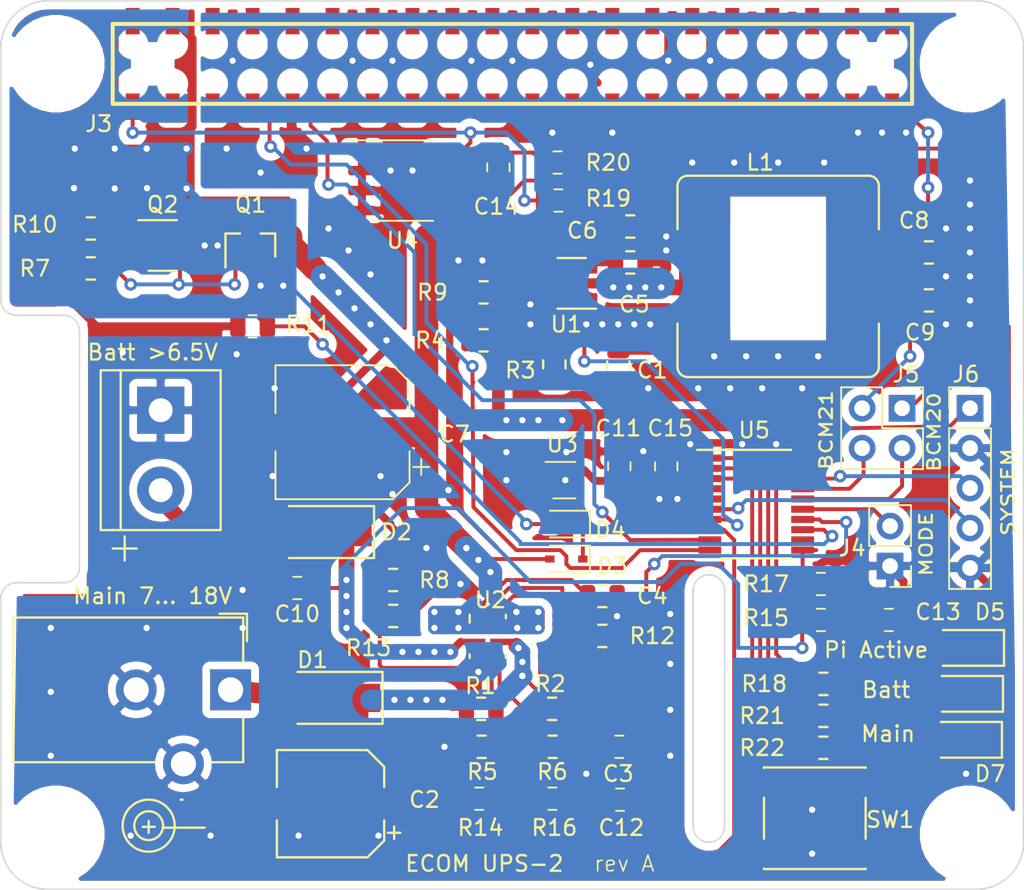
<source format=kicad_pcb>
(kicad_pcb (version 20171130) (host pcbnew "(5.1.5)-2")
  (layers (0 F.Cu signal) (31 B.Cu mixed hide) (34 B.Paste user hide) (35 F.Paste user) (36 B.SilkS user hide) (37 F.SilkS user) (38 B.Mask user hide) (39 F.Mask user) (44 Edge.Cuts user))
  (net 0 "")
  (net 1 GND)
  (net 2 +5V)
  (net 3 "Net-(D1-Pad2)")
  (net 4 "Net-(D2-Pad2)")
  (net 5 "Net-(D5-Pad2)")
  (net 6 "Net-(D6-Pad2)")
  (net 7 /nBatt)
  (net 8 /P5V_Pi)
  (net 9 "Net-(Q2-Pad1)")
  (net 10 "Net-(C3-Pad1)")
  (net 11 "Net-(R3-Pad1)")
  (net 12 /Vin_Main)
  (net 13 /Vin_Batt)
  (net 14 /Vin_X)
  (net 15 /V_Main)
  (net 16 /V_Batt)
  (net 17 +3V3)
  (net 18 /NRST)
  (net 19 /GPIO21)
  (net 20 /GPIO20)
  (net 21 /SWDIO)
  (net 22 /SWCLK)
  (net 23 /Mode)
  (net 24 /RxD)
  (net 25 /LED_Pi)
  (net 26 /LED_Batt)
  (net 27 /LED_Main)
  (net 28 /Button)
  (net 29 /EN_5V)
  (net 30 "Net-(C1-Pad2)")
  (net 31 "Net-(C1-Pad1)")
  (net 32 "Net-(C4-Pad1)")
  (net 33 "Net-(D3-Pad1)")
  (net 34 "Net-(D7-Pad2)")
  (net 35 "Net-(Q1-Pad1)")
  (net 36 "Net-(R4-Pad2)")
  (net 37 "Net-(R12-Pad1)")
  (net 38 "Net-(R1-Pad2)")
  (net 39 "Net-(J3-Pad40)")
  (net 40 "Net-(J3-Pad38)")
  (net 41 /SCL)
  (net 42 /SDA)
  (net 43 /3V3_Pi)
  (net 44 /TxD)
  (net 45 /Ext_Pwr)
  (net 46 "Net-(R13-Pad1)")
  (module Capacitor_SMD:CP_Elec_8x11.9 (layer F.Cu) (at 112.522 87.122 180)
    (fp_text reference C7 (at -7.112 -0.127) (layer F.SilkS))
    (fp_text value 330u/25V)
    (pad 2 smd roundrect (at 3.475 0 180) (size 4.15 1.9) (layers F.Cu F.Paste F.Mask) (roundrect_rratio 0.131579) (net 1 GND))
    (pad 1 smd roundrect (at -3.475 0 180) (size 4.15 1.9) (layers F.Cu F.Paste F.Mask) (roundrect_rratio 0.131579) (net 14 /Vin_X))
  )
  (module Capacitor_SMD:C_0805_2012Metric (layer F.Cu) (at 122.428 70.2795 270)
    (fp_text reference C14 (at 2.4915 0.127 180) (layer F.SilkS))
    (fp_text value 100n)
    (pad 2 smd roundrect (at 0.9375 0 270) (size 0.975 1.4) (layers F.Cu F.Paste F.Mask) (net 1 GND))
    (pad 1 smd roundrect (at -0.9375 0 270) (size 0.975 1.4) (layers F.Cu F.Paste F.Mask) (net 43 /3V3_Pi))
  )
  (module Resistor_SMD:R_0805_2012Metric (layer F.Cu) (at 106.807 80.391 180)
    (fp_text reference R11 (at -3.556 0.127) (layer F.SilkS))
    (fp_text value 20k)
    (pad 2 smd roundrect (at 0.9375 0 180) (size 0.975 1.4) (layers F.Cu F.Paste F.Mask) (net 1 GND))
    (pad 1 smd roundrect (at -0.9375 0 180) (size 0.975 1.4) (layers F.Cu F.Paste F.Mask) (net 45 /Ext_Pwr))
  )
  (module Package_SO:TSSOP-20_4.4x6.5mm_P0.65mm (layer F.Cu) (at 138.811 91.694)
    (fp_text reference U5 (at -0.127 -4.699) (layer F.SilkS))
    (fp_text value STM32G030Fx)
    (pad 20 smd rect (at 2.95 -2.925) (size 1.45 0.45) (layers F.Cu F.Paste F.Mask) (net 28 /Button))
    (pad 19 smd rect (at 2.95 -2.275) (size 1.45 0.45) (layers F.Cu F.Paste F.Mask) (net 22 /SWCLK))
    (pad 18 smd rect (at 2.95 -1.625) (size 1.45 0.45) (layers F.Cu F.Paste F.Mask) (net 21 /SWDIO))
    (pad 17 smd rect (at 2.95 -0.975) (size 1.45 0.45) (layers F.Cu F.Paste F.Mask) (net 19 /GPIO21))
    (pad 16 smd rect (at 2.95 -0.325) (size 1.45 0.45) (layers F.Cu F.Paste F.Mask) (net 20 /GPIO20))
    (pad 15 smd rect (at 2.95 0.325) (size 1.45 0.45) (layers F.Cu F.Paste F.Mask) (net 23 /Mode))
    (pad 14 smd rect (at 2.95 0.975) (size 1.45 0.45) (layers F.Cu F.Paste F.Mask) (net 7 /nBatt))
    (pad 13 smd rect (at 2.95 1.625) (size 1.45 0.45) (layers F.Cu F.Paste F.Mask) (net 45 /Ext_Pwr))
    (pad 12 smd rect (at 2.95 2.275) (size 1.45 0.45) (layers F.Cu F.Paste F.Mask))
    (pad 11 smd rect (at 2.95 2.925) (size 1.45 0.45) (layers F.Cu F.Paste F.Mask) (net 16 /V_Batt))
    (pad 10 smd rect (at -2.95 2.925) (size 1.45 0.45) (layers F.Cu F.Paste F.Mask) (net 24 /RxD))
    (pad 9 smd rect (at -2.95 2.275) (size 1.45 0.45) (layers F.Cu F.Paste F.Mask) (net 44 /TxD))
    (pad 8 smd rect (at -2.95 1.625) (size 1.45 0.45) (layers F.Cu F.Paste F.Mask) (net 15 /V_Main))
    (pad 7 smd rect (at -2.95 0.975) (size 1.45 0.45) (layers F.Cu F.Paste F.Mask) (net 29 /EN_5V))
    (pad 6 smd rect (at -2.95 0.325) (size 1.45 0.45) (layers F.Cu F.Paste F.Mask) (net 18 /NRST))
    (pad 5 smd rect (at -2.95 -0.325) (size 1.45 0.45) (layers F.Cu F.Paste F.Mask) (net 1 GND))
    (pad 4 smd rect (at -2.95 -0.975) (size 1.45 0.45) (layers F.Cu F.Paste F.Mask) (net 17 +3V3))
    (pad 3 smd rect (at -2.95 -1.625) (size 1.45 0.45) (layers F.Cu F.Paste F.Mask) (net 27 /LED_Main))
    (pad 2 smd rect (at -2.95 -2.275) (size 1.45 0.45) (layers F.Cu F.Paste F.Mask) (net 26 /LED_Batt))
    (pad 1 smd rect (at -2.95 -2.925) (size 1.45 0.45) (layers F.Cu F.Paste F.Mask) (net 25 /LED_Pi))
  )
  (module Package_SO:SO-8_3.9x4.9mm_P1.27mm (layer F.Cu) (at 116.332 71.12)
    (fp_text reference U4 (at 0 3.81) (layer F.SilkS))
    (fp_text value CAT24C32)
    (pad 8 smd roundrect (at 2.575 -1.905) (size 1.75 0.6) (layers F.Cu F.Paste F.Mask) (net 43 /3V3_Pi))
    (pad 7 smd roundrect (at 2.575 -0.635) (size 1.75 0.6) (layers F.Cu F.Paste F.Mask) (net 1 GND))
    (pad 6 smd roundrect (at 2.575 0.635) (size 1.75 0.6) (layers F.Cu F.Paste F.Mask) (net 41 /SCL))
    (pad 5 smd roundrect (at 2.575 1.905) (size 1.75 0.6) (layers F.Cu F.Paste F.Mask) (net 42 /SDA))
    (pad 4 smd roundrect (at -2.575 1.905) (size 1.75 0.6) (layers F.Cu F.Paste F.Mask) (net 1 GND))
    (pad 3 smd roundrect (at -2.575 0.635) (size 1.75 0.6) (layers F.Cu F.Paste F.Mask) (net 1 GND))
    (pad 2 smd roundrect (at -2.575 -0.635) (size 1.75 0.6) (layers F.Cu F.Paste F.Mask) (net 1 GND))
    (pad 1 smd roundrect (at -2.575 -1.905) (size 1.75 0.6) (layers F.Cu F.Paste F.Mask) (net 1 GND))
  )
  (module Resistor_SMD:R_0805_2012Metric (layer F.Cu) (at 126.238 72.39)
    (fp_text reference R19 (at 3.175 -0.127) (layer F.SilkS))
    (fp_text value 9.1k)
    (pad 2 smd roundrect (at 0.9375 0) (size 0.975 1.4) (layers F.Cu F.Paste F.Mask) (net 42 /SDA))
    (pad 1 smd roundrect (at -0.9375 0) (size 0.975 1.4) (layers F.Cu F.Paste F.Mask) (net 43 /3V3_Pi))
  )
  (module Resistor_SMD:R_0805_2012Metric (layer F.Cu) (at 126.1895 69.977)
    (fp_text reference R20 (at 3.2235 0) (layer F.SilkS))
    (fp_text value 9.1k)
    (pad 2 smd roundrect (at 0.9375 0) (size 0.975 1.4) (layers F.Cu F.Paste F.Mask) (net 41 /SCL))
    (pad 1 smd roundrect (at -0.9375 0) (size 0.975 1.4) (layers F.Cu F.Paste F.Mask) (net 43 /3V3_Pi))
  )
  (module Package_TO_SOT_SMD:SOT-23 (layer F.Cu) (at 106.664 75.25 90)
    (fp_text reference Q1 (at 2.606 0.016 180) (layer F.SilkS))
    (fp_text value DMG2305UX)
    (pad 3 smd rect (at 1 0 90) (size 0.9 0.8) (layers F.Cu F.Paste F.Mask) (net 2 +5V))
    (pad 2 smd rect (at -1 0.95 90) (size 0.9 0.8) (layers F.Cu F.Paste F.Mask) (net 8 /P5V_Pi))
    (pad 1 smd rect (at -1 -0.95 90) (size 0.9 0.8) (layers F.Cu F.Paste F.Mask) (net 35 "Net-(Q1-Pad1)"))
  )
  (module Package_TO_SOT_SMD:SOT-23-6 (layer F.Cu) (at 101.092 75.25)
    (fp_text reference Q2 (at 0 -2.606) (layer F.SilkS))
    (fp_text value DMMT5401)
    (pad 5 smd rect (at 1.1 0) (size 1.06 0.65) (layers F.Cu F.Paste F.Mask) (net 8 /P5V_Pi))
    (pad 6 smd rect (at 1.1 -0.95) (size 1.06 0.65) (layers F.Cu F.Paste F.Mask) (net 2 +5V))
    (pad 4 smd rect (at 1.1 0.95) (size 1.06 0.65) (layers F.Cu F.Paste F.Mask) (net 35 "Net-(Q1-Pad1)"))
    (pad 3 smd rect (at -1.1 0.95) (size 1.06 0.65) (layers F.Cu F.Paste F.Mask) (net 9 "Net-(Q2-Pad1)"))
    (pad 2 smd rect (at -1.1 0) (size 1.06 0.65) (layers F.Cu F.Paste F.Mask) (net 9 "Net-(Q2-Pad1)"))
    (pad 1 smd rect (at -1.1 -0.95) (size 1.06 0.65) (layers F.Cu F.Paste F.Mask) (net 9 "Net-(Q2-Pad1)"))
  )
  (module TerminalBlock:TerminalBlock_bornier-2_P5.08mm (layer F.Cu) (at 100.965 85.725 270)
    (fp_text reference J2 hide)
    (fp_text value Screw_Terminal)
    (pad 2 thru_hole circle (at 5.08 0 270) (size 3 3) (drill 1.52) (layers *.Cu *.Mask) (net 4 "Net-(D2-Pad2)"))
    (pad 1 thru_hole rect (at 0 0 270) (size 3 3) (drill 1.52) (layers *.Cu *.Mask) (net 1 GND) (thermal_gap 0.5))
  )
  (module Capacitor_SMD:C_0805_2012Metric (layer F.Cu) (at 147.2415 99.06)
    (fp_text reference C13 (at 3.1265 -0.508) (layer F.SilkS))
    (fp_text value 100n)
    (pad 2 smd roundrect (at 0.9375 0) (size 0.975 1.4) (layers F.Cu F.Paste F.Mask) (net 1 GND))
    (pad 1 smd roundrect (at -0.9375 0) (size 0.975 1.4) (layers F.Cu F.Paste F.Mask) (net 16 /V_Batt))
  )
  (module Connector_PinHeader_2.54mm:PinHeader_2x02_P2.54mm_Vertical (layer F.Cu) (at 148.082 85.598 270)
    (fp_text reference J5 (at -2.159 -0.254 180) (layer F.SilkS))
    (fp_text value Ports)
    (pad 4 thru_hole oval (at 2.54 2.54 270) (size 1.7 1.7) (drill 1) (layers *.Cu *.Mask) (net 19 /GPIO21))
    (pad 3 thru_hole oval (at 0 2.54 270) (size 1.7 1.7) (drill 1) (layers *.Cu *.Mask) (net 39 "Net-(J3-Pad40)"))
    (pad 2 thru_hole oval (at 2.54 0 270) (size 1.7 1.7) (drill 1) (layers *.Cu *.Mask) (net 20 /GPIO20))
    (pad 1 thru_hole rect (at 0 0 270) (size 1.7 1.7) (drill 1) (layers *.Cu *.Mask) (net 40 "Net-(J3-Pad38)"))
  )
  (module Connector_PinHeader_2.54mm:PinHeader_1x05_P2.54mm_Vertical (layer F.Cu) (at 152.4 85.598)
    (fp_text reference J6 (at -0.254 -2.159) (layer F.SilkS))
    (fp_text value Conn_01x05)
    (pad 5 thru_hole oval (at 0 10.16) (size 1.7 1.7) (drill 1) (layers *.Cu *.Mask) (net 1 GND))
    (pad 4 thru_hole oval (at 0 7.62) (size 1.7 1.7) (drill 1) (layers *.Cu *.Mask) (net 18 /NRST))
    (pad 3 thru_hole oval (at 0 5.08) (size 1.7 1.7) (drill 1) (layers *.Cu *.Mask) (net 21 /SWDIO))
    (pad 2 thru_hole oval (at 0 2.54) (size 1.7 1.7) (drill 1) (layers *.Cu *.Mask) (net 1 GND))
    (pad 1 thru_hole rect (at 0 0) (size 1.7 1.7) (drill 1) (layers *.Cu *.Mask) (net 22 /SWCLK))
  )
  (module Resistor_SMD:R_0805_2012Metric (layer F.Cu) (at 143.0805 103.124 180)
    (fp_text reference R18 (at 3.7615 0 180) (layer F.SilkS))
    (fp_text value 2.2k)
    (pad 2 smd roundrect (at 0.9375 0 180) (size 0.975 1.4) (layers F.Cu F.Paste F.Mask) (net 25 /LED_Pi))
    (pad 1 smd roundrect (at -0.9375 0 180) (size 0.975 1.4) (layers F.Cu F.Paste F.Mask) (net 5 "Net-(D5-Pad2)"))
  )
  (module Capacitor_SMD:C_0805_2012Metric (layer F.Cu) (at 109.6495 97.028 180)
    (fp_text reference C10 (at 0 -1.65) (layer F.SilkS))
    (fp_text value 22u)
    (pad 2 smd roundrect (at 0.9375 0 180) (size 0.975 1.4) (layers F.Cu F.Paste F.Mask) (net 1 GND))
    (pad 1 smd roundrect (at -0.9375 0 180) (size 0.975 1.4) (layers F.Cu F.Paste F.Mask) (net 13 /Vin_Batt))
  )
  (module project_footprints:Samtec_HLE-120-02-XXX-DV-BE-XX-XX (layer F.Cu) (at 123.317 63.7032 90)
    (fp_text reference J3 (at -3.81 -26.289 180) (layer F.SilkS))
    (fp_text value OX40HAT)
    (pad 34 smd rect (at 2.7178 16.51 180) (size 0.889 1.6764) (layers F.Cu F.Paste F.Mask))
    (pad 36 smd rect (at 2.7178 19.05 180) (size 0.889 1.6764) (layers F.Cu F.Paste F.Mask))
    (pad 40 smd rect (at 2.7178 24.13 180) (size 0.889 1.6764) (layers F.Cu F.Paste F.Mask) (net 39 "Net-(J3-Pad40)"))
    (pad 38 smd rect (at 2.7178 21.59 180) (size 0.889 1.6764) (layers F.Cu F.Paste F.Mask) (net 40 "Net-(J3-Pad38)"))
    (pad 18 smd rect (at 2.7178 -3.81 180) (size 0.889 1.6764) (layers F.Cu F.Paste F.Mask))
    (pad 20 smd rect (at 2.7178 -1.27 180) (size 0.889 1.6764) (layers F.Cu F.Paste F.Mask) (net 1 GND))
    (pad 24 smd rect (at 2.7178 3.81 180) (size 0.889 1.6764) (layers F.Cu F.Paste F.Mask))
    (pad 22 smd rect (at 2.7178 1.27 180) (size 0.889 1.6764) (layers F.Cu F.Paste F.Mask))
    (pad 30 smd rect (at 2.7178 11.43 180) (size 0.889 1.6764) (layers F.Cu F.Paste F.Mask) (net 1 GND))
    (pad 32 smd rect (at 2.7178 13.97 180) (size 0.889 1.6764) (layers F.Cu F.Paste F.Mask))
    (pad 28 smd rect (at 2.7178 8.89 180) (size 0.889 1.6764) (layers F.Cu F.Paste F.Mask) (net 41 /SCL))
    (pad 26 smd rect (at 2.7178 6.35 180) (size 0.889 1.6764) (layers F.Cu F.Paste F.Mask))
    (pad 10 smd rect (at 2.7178 -13.97 180) (size 0.889 1.6764) (layers F.Cu F.Paste F.Mask) (net 44 /TxD))
    (pad 12 smd rect (at 2.7178 -11.43 180) (size 0.889 1.6764) (layers F.Cu F.Paste F.Mask))
    (pad 16 smd rect (at 2.7178 -6.35 180) (size 0.889 1.6764) (layers F.Cu F.Paste F.Mask))
    (pad 14 smd rect (at 2.7178 -8.89 180) (size 0.889 1.6764) (layers F.Cu F.Paste F.Mask) (net 1 GND))
    (pad 6 smd rect (at 2.7178 -19.05 180) (size 0.889 1.6764) (layers F.Cu F.Paste F.Mask) (net 1 GND))
    (pad 8 smd rect (at 2.7178 -16.51 180) (size 0.889 1.6764) (layers F.Cu F.Paste F.Mask) (net 24 /RxD))
    (pad 4 smd rect (at 2.7178 -21.59 180) (size 0.889 1.6764) (layers F.Cu F.Paste F.Mask) (net 8 /P5V_Pi))
    (pad 2 smd rect (at 2.7178 -24.13 180) (size 0.889 1.6764) (layers F.Cu F.Paste F.Mask) (net 8 /P5V_Pi))
    (pad 39 smd rect (at -2.7178 24.13 180) (size 0.889 1.6764) (layers F.Cu F.Paste F.Mask) (net 1 GND))
    (pad 37 smd rect (at -2.7178 21.59 180) (size 0.889 1.6764) (layers F.Cu F.Paste F.Mask))
    (pad 33 smd rect (at -2.7178 16.51 180) (size 0.889 1.6764) (layers F.Cu F.Paste F.Mask))
    (pad 35 smd rect (at -2.7178 19.05 180) (size 0.889 1.6764) (layers F.Cu F.Paste F.Mask))
    (pad 27 smd rect (at -2.7178 8.89 180) (size 0.889 1.6764) (layers F.Cu F.Paste F.Mask) (net 42 /SDA))
    (pad 25 smd rect (at -2.7178 6.35 180) (size 0.889 1.6764) (layers F.Cu F.Paste F.Mask) (net 1 GND))
    (pad 29 smd rect (at -2.7178 11.43 180) (size 0.889 1.6764) (layers F.Cu F.Paste F.Mask))
    (pad 31 smd rect (at -2.7178 13.97 180) (size 0.889 1.6764) (layers F.Cu F.Paste F.Mask))
    (pad 23 smd rect (at -2.7178 3.81 180) (size 0.889 1.6764) (layers F.Cu F.Paste F.Mask))
    (pad 21 smd rect (at -2.7178 1.27 180) (size 0.889 1.6764) (layers F.Cu F.Paste F.Mask))
    (pad 17 smd rect (at -2.7178 -3.81 180) (size 0.889 1.6764) (layers F.Cu F.Paste F.Mask))
    (pad 19 smd rect (at -2.7178 -1.27 180) (size 0.889 1.6764) (layers F.Cu F.Paste F.Mask))
    (pad 3 smd rect (at -2.7178 -21.59 180) (size 0.889 1.6764) (layers F.Cu F.Paste F.Mask))
    (pad 1 smd rect (at -2.7178 -24.13 180) (size 0.889 1.6764) (layers F.Cu F.Paste F.Mask) (net 43 /3V3_Pi))
    (pad 5 smd rect (at -2.7178 -19.05 180) (size 0.889 1.6764) (layers F.Cu F.Paste F.Mask))
    (pad 7 smd rect (at -2.7178 -16.51 180) (size 0.889 1.6764) (layers F.Cu F.Paste F.Mask))
    (pad 15 smd rect (at -2.7178 -6.35 180) (size 0.889 1.6764) (layers F.Cu F.Paste F.Mask))
    (pad 13 smd rect (at -2.7178 -8.89 180) (size 0.889 1.6764) (layers F.Cu F.Paste F.Mask))
    (pad "" np_thru_hole circle (at -1.27 3.81) (size 0.9652 0.9652) (drill 0.9652) (layers *.Cu *.Mask F.SilkS))
    (pad "" np_thru_hole circle (at -1.27 1.27) (size 0.9652 0.9652) (drill 0.9652) (layers *.Cu *.Mask F.SilkS))
    (pad "" np_thru_hole circle (at -1.27 6.35) (size 0.9652 0.9652) (drill 0.9652) (layers *.Cu *.Mask F.SilkS))
    (pad "" np_thru_hole circle (at -1.27 8.89) (size 0.9652 0.9652) (drill 0.9652) (layers *.Cu *.Mask F.SilkS))
    (pad "" np_thru_hole circle (at -1.27 19.05) (size 0.9652 0.9652) (drill 0.9652) (layers *.Cu *.Mask F.SilkS))
    (pad "" np_thru_hole circle (at -1.27 16.51) (size 0.9652 0.9652) (drill 0.9652) (layers *.Cu *.Mask F.SilkS))
    (pad "" np_thru_hole circle (at -1.27 11.43) (size 0.9652 0.9652) (drill 0.9652) (layers *.Cu *.Mask F.SilkS))
    (pad "" np_thru_hole circle (at -1.27 13.97) (size 0.9652 0.9652) (drill 0.9652) (layers *.Cu *.Mask F.SilkS))
    (pad "" np_thru_hole circle (at -1.27 21.59) (size 0.9652 0.9652) (drill 0.9652) (layers *.Cu *.Mask F.SilkS))
    (pad "" np_thru_hole circle (at -1.27 24.13) (size 0.9652 0.9652) (drill 0.9652) (layers *.Cu *.Mask F.SilkS))
    (pad "" np_thru_hole circle (at -1.27 -1.27) (size 0.9652 0.9652) (drill 0.9652) (layers *.Cu *.Mask F.SilkS))
    (pad "" np_thru_hole circle (at -1.27 -3.81) (size 0.9652 0.9652) (drill 0.9652) (layers *.Cu *.Mask F.SilkS))
    (pad "" np_thru_hole circle (at -1.27 -11.43) (size 0.9652 0.9652) (drill 0.9652) (layers *.Cu *.Mask F.SilkS))
    (pad "" np_thru_hole circle (at -1.27 -13.97) (size 0.9652 0.9652) (drill 0.9652) (layers *.Cu *.Mask F.SilkS))
    (pad "" np_thru_hole circle (at -1.27 -8.89) (size 0.9652 0.9652) (drill 0.9652) (layers *.Cu *.Mask F.SilkS))
    (pad "" np_thru_hole circle (at -1.27 -6.35) (size 0.9652 0.9652) (drill 0.9652) (layers *.Cu *.Mask F.SilkS))
    (pad "" np_thru_hole circle (at -1.27 -16.51) (size 0.9652 0.9652) (drill 0.9652) (layers *.Cu *.Mask F.SilkS))
    (pad "" np_thru_hole circle (at -1.27 -19.05) (size 0.9652 0.9652) (drill 0.9652) (layers *.Cu *.Mask F.SilkS))
    (pad "" np_thru_hole circle (at -1.27 -24.13) (size 0.9652 0.9652) (drill 0.9652) (layers *.Cu *.Mask F.SilkS))
    (pad "" np_thru_hole circle (at -1.27 -21.59) (size 0.9652 0.9652) (drill 0.9652) (layers *.Cu *.Mask F.SilkS))
    (pad "" np_thru_hole circle (at 1.27 -21.59) (size 0.9652 0.9652) (drill 0.9652) (layers *.Cu *.Mask F.SilkS))
    (pad "" np_thru_hole circle (at 1.27 -24.13) (size 0.9652 0.9652) (drill 0.9652) (layers *.Cu *.Mask F.SilkS))
    (pad "" np_thru_hole circle (at 1.27 -19.05) (size 0.9652 0.9652) (drill 0.9652) (layers *.Cu *.Mask F.SilkS))
    (pad "" np_thru_hole circle (at 1.27 -16.51) (size 0.9652 0.9652) (drill 0.9652) (layers *.Cu *.Mask F.SilkS))
    (pad "" np_thru_hole circle (at 1.27 -6.35) (size 0.9652 0.9652) (drill 0.9652) (layers *.Cu *.Mask F.SilkS))
    (pad "" np_thru_hole circle (at 1.27 -8.89) (size 0.9652 0.9652) (drill 0.9652) (layers *.Cu *.Mask F.SilkS))
    (pad "" np_thru_hole circle (at 1.27 -13.97) (size 0.9652 0.9652) (drill 0.9652) (layers *.Cu *.Mask F.SilkS))
    (pad "" np_thru_hole circle (at 1.27 -11.43) (size 0.9652 0.9652) (drill 0.9652) (layers *.Cu *.Mask F.SilkS))
    (pad "" np_thru_hole circle (at 1.27 -3.81) (size 0.9652 0.9652) (drill 0.9652) (layers *.Cu *.Mask F.SilkS))
    (pad "" np_thru_hole circle (at 1.27 -1.27) (size 0.9652 0.9652) (drill 0.9652) (layers *.Cu *.Mask F.SilkS))
    (pad "" np_thru_hole circle (at 1.27 24.13) (size 0.9652 0.9652) (drill 0.9652) (layers *.Cu *.Mask F.SilkS))
    (pad "" np_thru_hole circle (at 1.27 21.59) (size 0.9652 0.9652) (drill 0.9652) (layers *.Cu *.Mask F.SilkS))
    (pad "" np_thru_hole circle (at 1.27 13.97) (size 0.9652 0.9652) (drill 0.9652) (layers *.Cu *.Mask F.SilkS))
    (pad "" np_thru_hole circle (at 1.27 11.43) (size 0.9652 0.9652) (drill 0.9652) (layers *.Cu *.Mask F.SilkS))
    (pad "" np_thru_hole circle (at 1.27 16.51) (size 0.9652 0.9652) (drill 0.9652) (layers *.Cu *.Mask F.SilkS))
    (pad "" np_thru_hole circle (at 1.27 19.05) (size 0.9652 0.9652) (drill 0.9652) (layers *.Cu *.Mask F.SilkS))
    (pad "" np_thru_hole circle (at 1.27 8.89) (size 0.9652 0.9652) (drill 0.9652) (layers *.Cu *.Mask F.SilkS))
    (pad "" np_thru_hole circle (at 1.27 6.35) (size 0.9652 0.9652) (drill 0.9652) (layers *.Cu *.Mask F.SilkS))
    (pad "" np_thru_hole circle (at 1.27 1.27) (size 0.9652 0.9652) (drill 0.9652) (layers *.Cu *.Mask F.SilkS))
    (pad "" np_thru_hole circle (at 1.27 3.81) (size 0.9652 0.9652) (drill 0.9652) (layers *.Cu *.Mask F.SilkS))
    (pad 9 smd rect (at -2.7178 -13.97 180) (size 0.889 1.6764) (layers F.Cu F.Paste F.Mask) (net 1 GND))
    (pad 11 smd rect (at -2.7178 -11.43 180) (size 0.889 1.6764) (layers F.Cu F.Paste F.Mask))
    (pad "" np_thru_hole circle (at 0 -22.86) (size 1.778 1.778) (drill 1.778) (layers *.Cu *.Mask F.SilkS))
    (pad "" np_thru_hole circle (at 0 22.86) (size 1.778 1.778) (drill 1.778) (layers *.Cu *.Mask F.SilkS))
  )
  (module Package_TO_SOT_SMD:SOT-353_SC-70-5 (layer F.Cu) (at 126.619 90.17)
    (fp_text reference U3 (at -0.127 -2.286) (layer F.SilkS))
    (fp_text value ST715C33R)
    (pad 5 smd rect (at 0.95 -0.65) (size 0.65 0.4) (layers F.Cu F.Paste F.Mask) (net 17 +3V3))
    (pad 4 smd rect (at 0.95 0.65) (size 0.65 0.4) (layers F.Cu F.Paste F.Mask) (net 33 "Net-(D3-Pad1)"))
    (pad 2 smd rect (at -0.95 0) (size 0.65 0.4) (layers F.Cu F.Paste F.Mask) (net 1 GND))
    (pad 3 smd rect (at -0.95 0.65) (size 0.65 0.4) (layers F.Cu F.Paste F.Mask))
    (pad 1 smd rect (at -0.95 -0.65) (size 0.65 0.4) (layers F.Cu F.Paste F.Mask))
  )
  (module Resistor_SMD:R_0805_2012Metric (layer F.Cu) (at 142.9235 96.774)
    (fp_text reference R17 (at -3.4775 0) (layer F.SilkS))
    (fp_text value 31.6k)
    (pad 2 smd roundrect (at 0.9375 0) (size 0.975 1.4) (layers F.Cu F.Paste F.Mask) (net 1 GND))
    (pad 1 smd roundrect (at -0.9375 0) (size 0.975 1.4) (layers F.Cu F.Paste F.Mask) (net 16 /V_Batt))
  )
  (module Resistor_SMD:R_0805_2012Metric (layer F.Cu) (at 142.9235 99.06)
    (fp_text reference R15 (at -3.4775 -0.127) (layer F.SilkS))
    (fp_text value 220k)
    (pad 2 smd roundrect (at 0.9375 0) (size 0.975 1.4) (layers F.Cu F.Paste F.Mask) (net 16 /V_Batt))
    (pad 1 smd roundrect (at -0.9375 0) (size 0.975 1.4) (layers F.Cu F.Paste F.Mask) (net 13 /Vin_Batt))
  )
  (module Resistor_SMD:R_0805_2012Metric (layer F.Cu) (at 125.857 110.4265)
    (fp_text reference R16 (at 0.127 1.8415) (layer F.SilkS))
    (fp_text value 31.6k)
    (pad 2 smd roundrect (at 0.9375 0) (size 0.975 1.4) (layers F.Cu F.Paste F.Mask) (net 1 GND))
    (pad 1 smd roundrect (at -0.9375 0) (size 0.975 1.4) (layers F.Cu F.Paste F.Mask) (net 15 /V_Main))
  )
  (module Resistor_SMD:R_0805_2012Metric (layer F.Cu) (at 121.2065 110.4265)
    (fp_text reference R14 (at 0.0785 1.8415) (layer F.SilkS))
    (fp_text value 220k)
    (pad 2 smd roundrect (at 0.9375 0) (size 0.975 1.4) (layers F.Cu F.Paste F.Mask) (net 15 /V_Main))
    (pad 1 smd roundrect (at -0.9375 0) (size 0.975 1.4) (layers F.Cu F.Paste F.Mask) (net 12 /Vin_Main))
  )
  (module Connector_PinHeader_2.54mm:PinHeader_1x02_P2.54mm_Vertical (layer F.Cu) (at 147.32 95.631 180)
    (fp_text reference J4 (at 2.413 1.143) (layer F.SilkS))
    (fp_text value Mode)
    (pad 2 thru_hole oval (at 0 2.54 180) (size 1.7 1.7) (drill 1) (layers *.Cu *.Mask) (net 23 /Mode))
    (pad 1 thru_hole rect (at 0 0 180) (size 1.7 1.7) (drill 1) (layers *.Cu *.Mask) (net 1 GND))
  )
  (module Diode_SMD:D_SOD-323 (layer F.Cu) (at 126.746 92.964 180)
    (fp_text reference D4 (at -2.794 -0.381) (layer F.SilkS))
    (fp_text value 1N4148WS)
    (pad 2 smd rect (at 1.05 0 180) (size 0.6 0.45) (layers F.Cu F.Paste F.Mask) (net 8 /P5V_Pi))
    (pad 1 smd rect (at -1.05 0 180) (size 0.6 0.45) (layers F.Cu F.Paste F.Mask) (net 33 "Net-(D3-Pad1)"))
  )
  (module Diode_SMD:D_SOD-323 (layer F.Cu) (at 126.746 95.1865 180)
    (fp_text reference D3 (at -2.921 -0.4445) (layer F.SilkS))
    (fp_text value 1N4148WS)
    (pad 2 smd rect (at 1.05 0 180) (size 0.6 0.45) (layers F.Cu F.Paste F.Mask) (net 14 /Vin_X))
    (pad 1 smd rect (at -1.05 0 180) (size 0.6 0.45) (layers F.Cu F.Paste F.Mask) (net 33 "Net-(D3-Pad1)"))
  )
  (module Capacitor_SMD:C_0805_2012Metric (layer F.Cu) (at 133.096 89.296 90)
    (fp_text reference C15 (at 2.428 0.254 180) (layer F.SilkS))
    (fp_text value 100n)
    (pad 2 smd roundrect (at 0.9375 0 90) (size 0.975 1.4) (layers F.Cu F.Paste F.Mask) (net 1 GND))
    (pad 1 smd roundrect (at -0.9375 0 90) (size 0.975 1.4) (layers F.Cu F.Paste F.Mask) (net 18 /NRST))
  )
  (module Capacitor_SMD:C_0805_2012Metric (layer F.Cu) (at 130.1115 89.281 90)
    (fp_text reference C11 (at 2.413 -0.0635 180) (layer F.SilkS))
    (fp_text value 100n)
    (pad 2 smd roundrect (at 0.9375 0 90) (size 0.975 1.4) (layers F.Cu F.Paste F.Mask) (net 1 GND))
    (pad 1 smd roundrect (at -0.9375 0 90) (size 0.975 1.4) (layers F.Cu F.Paste F.Mask) (net 17 +3V3))
  )
  (module Capacitor_SMD:C_0805_2012Metric (layer F.Cu) (at 130.1115 107.1245)
    (fp_text reference C3 (at -0.0635 1.7145) (layer F.SilkS))
    (fp_text value 100n)
    (pad 2 smd roundrect (at 0.9375 0) (size 0.975 1.4) (layers F.Cu F.Paste F.Mask) (net 1 GND))
    (pad 1 smd roundrect (at -0.9375 0) (size 0.975 1.4) (layers F.Cu F.Paste F.Mask) (net 10 "Net-(C3-Pad1)"))
  )
  (module Capacitor_SMD:C_0805_2012Metric (layer F.Cu) (at 130.16 110.49)
    (fp_text reference C12 (at 0.0785 1.778) (layer F.SilkS))
    (fp_text value 100n)
    (pad 2 smd roundrect (at 0.9375 0) (size 0.975 1.4) (layers F.Cu F.Paste F.Mask) (net 1 GND))
    (pad 1 smd roundrect (at -0.9375 0) (size 0.975 1.4) (layers F.Cu F.Paste F.Mask) (net 15 /V_Main))
  )
  (module project_footprints:TPS2121RUXR_V2 (layer F.Cu) (at 121.753 100.076)
    (fp_text reference U2 (at 0.167 -2.286) (layer F.SilkS))
    (fp_text value TPS2121 hide)
    (pad 11 smd rect (at -0.25 -1.149998 90) (size 0.599999 0.2) (layers F.Cu F.Paste F.Mask) (net 32 "Net-(C4-Pad1)"))
    (pad 12 smd rect (at -0.750001 -1.149998 90) (size 0.599999 0.2) (layers F.Cu F.Paste F.Mask) (net 1 GND))
    (pad 10 smd rect (at 0.25 -1.149998 90) (size 0.599999 0.2) (layers F.Cu F.Paste F.Mask) (net 37 "Net-(R12-Pad1)"))
    (pad 9 smd rect (at 0.750001 -1.149998 90) (size 0.599999 0.2) (layers F.Cu F.Paste F.Mask) (net 7 /nBatt))
    (pad 8 smd rect (at 0.675 -0.324998) (size 1.05 0.399999) (layers F.Cu F.Paste F.Mask) (net 14 /Vin_X))
    (pad 7 smd rect (at 0.675 0.375001) (size 1.05 0.399999) (layers F.Cu F.Paste F.Mask) (net 12 /Vin_Main))
    (pad 6 smd rect (at 0.750001 1.15 90) (size 0.599999 0.2) (layers F.Cu F.Paste F.Mask) (net 10 "Net-(C3-Pad1)"))
    (pad 5 smd rect (at 0.25 1.15 90) (size 0.599999 0.2) (layers F.Cu F.Paste F.Mask) (net 38 "Net-(R1-Pad2)"))
    (pad 4 smd rect (at -0.25 1.15 90) (size 0.599999 0.2) (layers F.Cu F.Paste F.Mask) (net 1 GND))
    (pad 3 smd rect (at -0.750001 1.15 90) (size 0.599999 0.2) (layers F.Cu F.Paste F.Mask) (net 46 "Net-(R13-Pad1)"))
    (pad 2 smd rect (at -0.675 0.375001) (size 1.05 0.399999) (layers F.Cu F.Paste F.Mask) (net 13 /Vin_Batt))
    (pad 1 smd rect (at -0.675 -0.324998) (size 1.05 0.399999) (layers F.Cu F.Paste F.Mask) (net 14 /Vin_X))
  )
  (module Resistor_SMD:R_0805_2012Metric (layer F.Cu) (at 129.032 100.076)
    (fp_text reference R12 (at 3.175 0) (layer F.SilkS))
    (fp_text value 27k)
    (pad 2 smd roundrect (at 0.9375 0) (size 0.975 1.4) (layers F.Cu F.Paste F.Mask) (net 1 GND))
    (pad 1 smd roundrect (at -0.9375 0) (size 0.975 1.4) (layers F.Cu F.Paste F.Mask) (net 37 "Net-(R12-Pad1)"))
  )
  (module RPi_Hat:RPi_Hat_Mounting_Hole (layer F.Cu) (at 94.305 63.69)
    (fp_text reference "" hide)
    (fp_text value "" hide)
    (pad "" np_thru_hole circle (at 0 0) (size 2.75 2.75) (drill 2.75) (layers *.Cu *.Mask) (clearance 1.725))
  )
  (module Button_Switch_SMD:SW_SPST_PTS645 (layer F.Cu) (at 142.537 111.669)
    (fp_text reference SW1 (at 4.783 0.091) (layer F.SilkS))
    (fp_text value 6x6mm)
    (pad 2 smd rect (at 3.98 2.25) (size 1.55 1.3) (layers F.Cu F.Paste F.Mask) (net 1 GND))
    (pad 1 smd rect (at 3.98 -2.25) (size 1.55 1.3) (layers F.Cu F.Paste F.Mask) (net 28 /Button))
    (pad 1 smd rect (at -3.98 -2.25) (size 1.55 1.3) (layers F.Cu F.Paste F.Mask) (net 28 /Button))
    (pad 2 smd rect (at -3.98 2.25) (size 1.55 1.3) (layers F.Cu F.Paste F.Mask) (net 1 GND))
  )
  (module LED_SMD:LED_1206_3216Metric (layer F.Cu) (at 152.2095 103.759 180)
    (fp_text reference D6 hide)
    (fp_text value "LED blue")
    (pad 2 smd roundrect (at 1.4 0 180) (size 1.25 1.75) (layers F.Cu F.Paste F.Mask) (roundrect_rratio 0.2) (net 6 "Net-(D6-Pad2)"))
    (pad 1 smd roundrect (at -1.4 0 180) (size 1.25 1.75) (layers F.Cu F.Paste F.Mask) (roundrect_rratio 0.2) (net 1 GND))
  )
  (module Resistor_SMD:R_0805_2012Metric (layer F.Cu) (at 125.984 82.804 270)
    (fp_text reference R3 (at 0.381 2.159) (layer F.SilkS))
    (fp_text value 30R)
    (pad 2 smd roundrect (at 0.9375 0 270) (size 0.975 1.4) (layers F.Cu F.Paste F.Mask) (net 30 "Net-(C1-Pad2)"))
    (pad 1 smd roundrect (at -0.9375 0 270) (size 0.975 1.4) (layers F.Cu F.Paste F.Mask) (net 11 "Net-(R3-Pad1)"))
  )
  (module Inductor_SMD:L_Bourns_SRR1260 (layer F.Cu) (at 140.208 77.216)
    (fp_text reference L1 (at -1.143 -7.25) (layer F.SilkS))
    (fp_text value 5.6uH)
    (pad 1 smd rect (at -4.85 0) (size 2.9 5.4) (layers F.Cu F.Paste F.Mask) (net 31 "Net-(C1-Pad1)"))
    (pad 2 smd rect (at 4.85 0) (size 2.9 5.4) (layers F.Cu F.Paste F.Mask) (net 2 +5V))
  )
  (module Capacitor_SMD:CP_Elec_6.3x5.3 (layer F.Cu) (at 111.76 110.744 180)
    (fp_text reference C2 (at -5.969 0.254) (layer F.SilkS))
    (fp_text value 47u)
    (pad 2 smd roundrect (at 2.8 0 180) (size 3.5 1.6) (layers F.Cu F.Paste F.Mask) (roundrect_rratio 0.15625) (net 1 GND))
    (pad 1 smd roundrect (at -2.8 0 180) (size 3.5 1.6) (layers F.Cu F.Paste F.Mask) (roundrect_rratio 0.15625) (net 12 /Vin_Main))
  )
  (module Resistor_SMD:R_0805_2012Metric (layer F.Cu) (at 96.52 76.708 180)
    (fp_text reference R7 (at 3.556 0) (layer F.SilkS))
    (fp_text value 27k)
    (pad 2 smd roundrect (at 0.9375 0 180) (size 0.975 1.4) (layers F.Cu F.Paste F.Mask) (net 45 /Ext_Pwr))
    (pad 1 smd roundrect (at -0.9375 0 180) (size 0.975 1.4) (layers F.Cu F.Paste F.Mask) (net 35 "Net-(Q1-Pad1)"))
  )
  (module Resistor_SMD:R_0805_2012Metric (layer F.Cu) (at 96.52 74.168 180)
    (fp_text reference R10 (at 3.556 0.254) (layer F.SilkS))
    (fp_text value 10k)
    (pad 2 smd roundrect (at 0.9375 0 180) (size 0.975 1.4) (layers F.Cu F.Paste F.Mask) (net 1 GND))
    (pad 1 smd roundrect (at -0.9375 0 180) (size 0.975 1.4) (layers F.Cu F.Paste F.Mask) (net 9 "Net-(Q2-Pad1)"))
  )
  (module Package_TO_SOT_SMD:SOT-23-6 (layer F.Cu) (at 127.084 77.658 180)
    (fp_text reference U1 (at 0.338 -2.606) (layer F.SilkS))
    (fp_text value TPS56339DDCR)
    (pad 5 smd rect (at 1.1 0 180) (size 1.06 0.65) (layers F.Cu F.Paste F.Mask) (net 29 /EN_5V))
    (pad 6 smd rect (at 1.1 -0.95 180) (size 1.06 0.65) (layers F.Cu F.Paste F.Mask) (net 11 "Net-(R3-Pad1)"))
    (pad 4 smd rect (at 1.1 0.95 180) (size 1.06 0.65) (layers F.Cu F.Paste F.Mask) (net 36 "Net-(R4-Pad2)"))
    (pad 3 smd rect (at -1.1 0.95 180) (size 1.06 0.65) (layers F.Cu F.Paste F.Mask) (net 14 /Vin_X))
    (pad 2 smd rect (at -1.1 0 180) (size 1.06 0.65) (layers F.Cu F.Paste F.Mask) (net 31 "Net-(C1-Pad1)"))
    (pad 1 smd rect (at -1.1 -0.95 180) (size 1.06 0.65) (layers F.Cu F.Paste F.Mask) (net 1 GND))
  )
  (module Resistor_SMD:R_0805_2012Metric (layer F.Cu) (at 121.4905 78.232)
    (fp_text reference R9 (at -3.2535 0) (layer F.SilkS))
    (fp_text value 10k)
    (pad 2 smd roundrect (at 0.9375 0) (size 0.975 1.4) (layers F.Cu F.Paste F.Mask) (net 1 GND))
    (pad 1 smd roundrect (at -0.9375 0) (size 0.975 1.4) (layers F.Cu F.Paste F.Mask) (net 36 "Net-(R4-Pad2)"))
  )
  (module Resistor_SMD:R_0805_2012Metric (layer F.Cu) (at 121.4905 81.28 180)
    (fp_text reference R4 (at 3.3805 0) (layer F.SilkS))
    (fp_text value 53.6k)
    (pad 2 smd roundrect (at 0.9375 0 180) (size 0.975 1.4) (layers F.Cu F.Paste F.Mask) (net 36 "Net-(R4-Pad2)"))
    (pad 1 smd roundrect (at -0.9375 0 180) (size 0.975 1.4) (layers F.Cu F.Paste F.Mask) (net 2 +5V))
  )
  (module Resistor_SMD:R_0805_2012Metric (layer F.Cu) (at 143.0805 107.188 180)
    (fp_text reference R22 (at 3.8885 0 180) (layer F.SilkS))
    (fp_text value 2.2k)
    (pad 2 smd roundrect (at 0.9375 0 180) (size 0.975 1.4) (layers F.Cu F.Paste F.Mask) (net 27 /LED_Main))
    (pad 1 smd roundrect (at -0.9375 0 180) (size 0.975 1.4) (layers F.Cu F.Paste F.Mask) (net 34 "Net-(D7-Pad2)"))
  )
  (module Resistor_SMD:R_0805_2012Metric (layer F.Cu) (at 143.0805 105.156 180)
    (fp_text reference R21 (at 3.8885 0) (layer F.SilkS))
    (fp_text value 2.2k)
    (pad 2 smd roundrect (at 0.9375 0 180) (size 0.975 1.4) (layers F.Cu F.Paste F.Mask) (net 26 /LED_Batt))
    (pad 1 smd roundrect (at -0.9375 0 180) (size 0.975 1.4) (layers F.Cu F.Paste F.Mask) (net 6 "Net-(D6-Pad2)"))
  )
  (module Resistor_SMD:R_0805_2012Metric (layer F.Cu) (at 115.7455 98.806)
    (fp_text reference R13 (at -1.5725 2.032) (layer F.SilkS))
    (fp_text value 27k)
    (pad 2 smd roundrect (at 0.9375 0) (size 0.975 1.4) (layers F.Cu F.Paste F.Mask) (net 1 GND))
    (pad 1 smd roundrect (at -0.9375 0) (size 0.975 1.4) (layers F.Cu F.Paste F.Mask) (net 46 "Net-(R13-Pad1)"))
  )
  (module Resistor_SMD:R_0805_2012Metric (layer F.Cu) (at 115.7455 96.52 180)
    (fp_text reference R8 (at -2.6185 0) (layer F.SilkS))
    (fp_text value 47k)
    (pad 2 smd roundrect (at 0.9375 0 180) (size 0.975 1.4) (layers F.Cu F.Paste F.Mask) (net 46 "Net-(R13-Pad1)"))
    (pad 1 smd roundrect (at -0.9375 0 180) (size 0.975 1.4) (layers F.Cu F.Paste F.Mask) (net 2 +5V))
  )
  (module Resistor_SMD:R_0805_2012Metric (layer F.Cu) (at 125.872 107.1245)
    (fp_text reference R6 (at -0.015 1.5875) (layer F.SilkS))
    (fp_text value 9.1k)
    (pad 2 smd roundrect (at 0.9375 0) (size 0.975 1.4) (layers F.Cu F.Paste F.Mask) (net 1 GND))
    (pad 1 smd roundrect (at -0.9375 0) (size 0.975 1.4) (layers F.Cu F.Paste F.Mask) (net 10 "Net-(C3-Pad1)"))
  )
  (module Resistor_SMD:R_0805_2012Metric (layer F.Cu) (at 125.842 104.7115)
    (fp_text reference R2 (at -0.112 -1.5875) (layer F.SilkS))
    (fp_text value 27k)
    (pad 2 smd roundrect (at 0.9375 0) (size 0.975 1.4) (layers F.Cu F.Paste F.Mask) (net 12 /Vin_Main))
    (pad 1 smd roundrect (at -0.9375 0) (size 0.975 1.4) (layers F.Cu F.Paste F.Mask) (net 10 "Net-(C3-Pad1)"))
  )
  (module Resistor_SMD:R_0805_2012Metric (layer F.Cu) (at 121.3635 107.1245 180)
    (fp_text reference R5 (at -0.0485 -1.5875 180) (layer F.SilkS))
    (fp_text value 1.5k)
    (pad 2 smd roundrect (at 0.9375 0 180) (size 0.975 1.4) (layers F.Cu F.Paste F.Mask) (net 1 GND))
    (pad 1 smd roundrect (at -0.9375 0 180) (size 0.975 1.4) (layers F.Cu F.Paste F.Mask) (net 38 "Net-(R1-Pad2)"))
  )
  (module Resistor_SMD:R_0805_2012Metric (layer F.Cu) (at 121.3335 104.7115)
    (fp_text reference R1 (at -0.0485 -1.4605 180) (layer F.SilkS))
    (fp_text value 27k)
    (pad 2 smd roundrect (at 0.9375 0) (size 0.975 1.4) (layers F.Cu F.Paste F.Mask) (net 38 "Net-(R1-Pad2)"))
    (pad 1 smd roundrect (at -0.9375 0) (size 0.975 1.4) (layers F.Cu F.Paste F.Mask) (net 12 /Vin_Main))
  )
  (module Connector_BarrelJack:BarrelJack_CUI_PJ-102AH_Horizontal (layer F.Cu) (at 105.41 103.505 270)
    (fp_text reference J1 hide)
    (fp_text value PJ-102A)
    (pad 3 thru_hole circle (at 4.7 3 270) (size 2.6 2.6) (drill 1.6) (layers *.Cu *.Mask) (net 1 GND) (thermal_gap 0.5))
    (pad 2 thru_hole circle (at 0 6 270) (size 2.6 2.6) (drill 1.6) (layers *.Cu *.Mask) (net 1 GND) (thermal_gap 0.5))
    (pad 1 thru_hole rect (at 0 0 270) (size 2.6 2.6) (drill 1.6) (layers *.Cu *.Mask) (net 3 "Net-(D1-Pad2)"))
  )
  (module LED_SMD:LED_1206_3216Metric (layer F.Cu) (at 152.143 106.68 180)
    (fp_text reference D7 (at -1.527 -2.159 180) (layer F.SilkS))
    (fp_text value "LED white")
    (pad 2 smd roundrect (at 1.4 0 180) (size 1.25 1.75) (layers F.Cu F.Paste F.Mask) (roundrect_rratio 0.2) (net 34 "Net-(D7-Pad2)"))
    (pad 1 smd roundrect (at -1.4 0 180) (size 1.25 1.75) (layers F.Cu F.Paste F.Mask) (roundrect_rratio 0.2) (net 1 GND))
  )
  (module LED_SMD:LED_1206_3216Metric (layer F.Cu) (at 152.276 100.838 180)
    (fp_text reference D5 (at -1.394 2.286 180) (layer F.SilkS))
    (fp_text value "LED green")
    (pad 2 smd roundrect (at 1.4 0 180) (size 1.25 1.75) (layers F.Cu F.Paste F.Mask) (roundrect_rratio 0.2) (net 5 "Net-(D5-Pad2)"))
    (pad 1 smd roundrect (at -1.4 0 180) (size 1.25 1.75) (layers F.Cu F.Paste F.Mask) (roundrect_rratio 0.2) (net 1 GND))
  )
  (module Diode_SMD:D_SMA (layer F.Cu) (at 111.125 93.472 180)
    (fp_text reference D2 (at -4.826 0) (layer F.SilkS))
    (fp_text value MBRA340)
    (pad 2 smd rect (at 2 0 180) (size 2.5 1.8) (layers F.Cu F.Paste F.Mask) (net 4 "Net-(D2-Pad2)"))
    (pad 1 smd rect (at -2 0 180) (size 2.5 1.8) (layers F.Cu F.Paste F.Mask) (net 13 /Vin_Batt))
  )
  (module Diode_SMD:D_SMA (layer F.Cu) (at 111.665 104.013 180)
    (fp_text reference D1 (at 1.048 2.413) (layer F.SilkS))
    (fp_text value MBRA340)
    (pad 2 smd rect (at 2 0 180) (size 2.5 1.8) (layers F.Cu F.Paste F.Mask) (net 3 "Net-(D1-Pad2)"))
    (pad 1 smd rect (at -2 0 180) (size 2.5 1.8) (layers F.Cu F.Paste F.Mask) (net 12 /Vin_Main))
  )
  (module Capacitor_SMD:C_0805_2012Metric (layer F.Cu) (at 149.7815 78.74)
    (fp_text reference C9 (at -0.5565 2.032) (layer F.SilkS))
    (fp_text value 22u)
    (pad 2 smd roundrect (at 0.9375 0) (size 0.975 1.4) (layers F.Cu F.Paste F.Mask) (net 1 GND))
    (pad 1 smd roundrect (at -0.9375 0) (size 0.975 1.4) (layers F.Cu F.Paste F.Mask) (net 2 +5V))
  )
  (module Capacitor_SMD:C_0805_2012Metric (layer F.Cu) (at 149.7815 75.692)
    (fp_text reference C8 (at -0.9375 -2.032) (layer F.SilkS))
    (fp_text value 22u)
    (pad 2 smd roundrect (at 0.9375 0) (size 0.975 1.4) (layers F.Cu F.Paste F.Mask) (net 1 GND))
    (pad 1 smd roundrect (at -0.9375 0) (size 0.975 1.4) (layers F.Cu F.Paste F.Mask) (net 2 +5V))
  )
  (module Capacitor_SMD:C_0805_2012Metric (layer F.Cu) (at 130.048 82.8825 270)
    (fp_text reference C1 (at 0.3025 -2.159) (layer F.SilkS))
    (fp_text value 100n)
    (pad 2 smd roundrect (at 0.9375 0 270) (size 0.975 1.4) (layers F.Cu F.Paste F.Mask) (net 30 "Net-(C1-Pad2)"))
    (pad 1 smd roundrect (at -0.9375 0 270) (size 0.975 1.4) (layers F.Cu F.Paste F.Mask) (net 31 "Net-(C1-Pad1)"))
  )
  (module Capacitor_SMD:C_0805_2012Metric (layer F.Cu) (at 130.81 74.041)
    (fp_text reference C6 (at -3.048 0.254 180) (layer F.SilkS))
    (fp_text value 10u)
    (pad 2 smd roundrect (at 0.9375 0) (size 0.975 1.4) (layers F.Cu F.Paste F.Mask) (net 1 GND))
    (pad 1 smd roundrect (at -0.9375 0) (size 0.975 1.4) (layers F.Cu F.Paste F.Mask) (net 14 /Vin_X))
  )
  (module Capacitor_SMD:C_0805_2012Metric (layer F.Cu) (at 130.81 76.327)
    (fp_text reference C5 (at 0.254 2.667) (layer F.SilkS))
    (fp_text value 100n)
    (pad 2 smd roundrect (at 0.9375 0) (size 0.975 1.4) (layers F.Cu F.Paste F.Mask) (net 1 GND))
    (pad 1 smd roundrect (at -0.9375 0) (size 0.975 1.4) (layers F.Cu F.Paste F.Mask) (net 14 /Vin_X))
  )
  (module Capacitor_SMD:C_0805_2012Metric (layer F.Cu) (at 129.032 97.536)
    (fp_text reference C4 (at 3.175 0) (layer F.SilkS))
    (fp_text value 1u)
    (pad 2 smd roundrect (at 0.9375 0) (size 0.975 1.4) (layers F.Cu F.Paste F.Mask) (net 1 GND))
    (pad 1 smd roundrect (at -0.9375 0) (size 0.975 1.4) (layers F.Cu F.Paste F.Mask) (net 32 "Net-(C4-Pad1)"))
  )
  (module RPi_Hat:RPi_Hat_Mounting_Hole (layer F.Cu) (at 94.305 112.69)
    (fp_text reference "" hide)
    (fp_text value "" hide)
    (pad "" np_thru_hole circle (at 0 0) (size 2.75 2.75) (drill 2.75) (layers *.Cu *.Mask) (clearance 1.725))
  )
  (module RPi_Hat:RPi_Hat_Mounting_Hole (layer F.Cu) (at 152.305 112.69)
    (fp_text reference "" hide)
    (fp_text value "" hide)
    (pad "" np_thru_hole circle (at 0 0) (size 2.75 2.75) (drill 2.75) (layers *.Cu *.Mask) (clearance 1.725))
  )
  (module RPi_Hat:RPi_Hat_Mounting_Hole (layer F.Cu) (at 152.305 63.69)
    (fp_text reference "" hide)
    (fp_text value "" hide)
    (pad "" np_thru_hole circle (at 0 0) (size 2.75 2.75) (drill 2.75) (layers *.Cu *.Mask) (clearance 1.725))
  )
  (gr_text BCM21 (at 143.256 86.995 90) (layer F.SilkS) (effects (font (size 0.8 1))))
  (gr_text BCM20 (at 150.114 87.122 90) (layer F.SilkS) (effects (font (size 0.8 1))))
  (gr_line (start 102.362 110.49) (end 102.235 110.49) (layer F.SilkS) (width 0.15))
  (gr_line (start 101.092 112.268) (end 103.759 112.268) (layer F.SilkS) (width 0.15))
  (gr_circle (center 100.203 112.141) (end 101.6 113.03) (layer F.SilkS) (width 0.15))
  (gr_circle (center 100.203 112.141) (end 100.965 112.649) (layer F.SilkS) (width 0.15))
  (gr_text + (at 100.203 112.141) (layer F.SilkS) (effects (font (size 1 1))))
  (gr_text + (at 98.679 94.361) (layer F.SilkS) (effects (font (size 2 2))))
  (gr_text Main (at 147.193 106.299) (layer F.SilkS) (effects (font (size 1 1))))
  (gr_text Batt (at 147.066 103.505) (layer F.SilkS) (effects (font (size 1 1))))
  (gr_text "Pi Active" (at 146.431 100.965) (layer F.SilkS) (effects (font (size 1 1))))
  (gr_text MODE (at 149.606 94.234 90) (layer F.SilkS) (effects (font (size 0.8 1))))
  (gr_text SYSTEM (at 154.813 90.932 90) (layer F.SilkS) (effects (font (size 0.8 1))))
  (gr_text "rev A" (at 130.429 114.554) (layer F.SilkS) (effects (font (size 1 1) (thickness 0.1))))
  (gr_text "ECOM UPS-2" (at 121.539 114.554) (layer F.SilkS) (effects (font (size 1 1))))
  (gr_text "Batt >6.5V" (at 100.457 82.042) (layer F.SilkS) (effects (font (size 1 1))))
  (gr_text "Main 7... 18V" (at 100.457 97.536) (layer F.SilkS) (effects (font (size 1 1))))
  (gr_line (start 155.805 62.69) (end 155.805 113.19) (angle 90) (layer Edge.Cuts) (width 0.1))
  (gr_line (start 93.805 116.19) (end 152.805 116.19) (angle 90) (layer Edge.Cuts) (width 0.1))
  (gr_line (start 90.805 62.69) (end 90.805 78.69) (layer Edge.Cuts) (width 0.1))
  (gr_arc (start 94.805 95.69) (end 95.805 95.69) (angle 90) (layer Edge.Cuts) (width 0.1))
  (gr_arc (start 93.805 62.69) (end 90.805 62.69) (angle 90) (layer Edge.Cuts) (width 0.1))
  (gr_arc (start 91.805 97.69) (end 90.805 97.69) (angle 90) (layer Edge.Cuts) (width 0.1))
  (gr_line (start 136.805 97.19) (end 136.805 112.19) (angle 90) (layer Edge.Cuts) (width 0.1))
  (gr_line (start 90.805 97.69) (end 90.805 113.19) (layer Edge.Cuts) (width 0.1))
  (gr_arc (start 91.805 78.69) (end 91.805 79.69) (angle 90) (layer Edge.Cuts) (width 0.1))
  (gr_arc (start 93.805 113.19) (end 93.805 116.19) (angle 90) (layer Edge.Cuts) (width 0.1))
  (gr_arc (start 152.805 62.69) (end 152.805 59.69) (angle 90) (layer Edge.Cuts) (width 0.1))
  (gr_arc (start 152.805 113.19) (end 155.805 113.19) (angle 90) (layer Edge.Cuts) (width 0.1))
  (gr_arc (start 94.805 80.69) (end 94.805 79.69) (angle 90) (layer Edge.Cuts) (width 0.1))
  (gr_line (start 134.805 97.19) (end 134.805 112.19) (angle 90) (layer Edge.Cuts) (width 0.1))
  (gr_arc (start 135.805 97.19) (end 134.805 97.19) (angle 180) (layer Edge.Cuts) (width 0.1))
  (gr_arc (start 135.805 112.19) (end 134.805 112.19) (angle -180) (layer Edge.Cuts) (width 0.1))
  (gr_line (start 95.805 80.69) (end 95.805 95.69) (layer Edge.Cuts) (width 0.1))
  (gr_line (start 91.805 79.69) (end 94.805 79.69) (layer Edge.Cuts) (width 0.1))
  (gr_line (start 91.805 96.69) (end 94.805 96.69) (layer Edge.Cuts) (width 0.1))
  (gr_line (start 93.805 59.69) (end 152.805 59.69) (angle 90) (layer Edge.Cuts) (width 0.1))
  (via (at 109.728 112.776) (size 0.8) (drill 0.4) (layers F.Cu B.Cu) (net 1))
  (via (at 150.876 80.264) (size 0.8) (drill 0.4) (layers F.Cu B.Cu) (net 1))
  (via (at 150.876 74.168) (size 0.8) (drill 0.4) (layers F.Cu B.Cu) (net 1))
  (via (at 150.876 77.216) (size 0.8) (drill 0.4) (layers F.Cu B.Cu) (net 1))
  (via (at 152.4 75.692) (size 0.8) (drill 0.4) (layers F.Cu B.Cu) (net 1))
  (via (at 152.4 78.74) (size 0.8) (drill 0.4) (layers F.Cu B.Cu) (net 1))
  (via (at 115.697 63.5) (size 0.8) (drill 0.4) (layers F.Cu B.Cu) (net 1))
  (via (at 105.537 63.5) (size 0.8) (drill 0.4) (layers F.Cu B.Cu) (net 1))
  (via (at 124.46 80.264) (size 0.8) (drill 0.4) (layers F.Cu B.Cu) (net 1))
  (segment (start 128.184 78.608) (end 128.184 79.924) (width 0.8) (layer F.Cu) (net 1))
  (segment (start 128.184 79.924) (end 128.524 80.264) (width 0.8) (layer F.Cu) (net 1))
  (via (at 132.08 80.264) (size 0.8) (drill 0.4) (layers F.Cu B.Cu) (net 1))
  (segment (start 129.54 80.264) (end 129.032 80.264) (width 0.8) (layer F.Cu) (net 1))
  (segment (start 129.54 80.264) (end 130.048 80.264) (width 0.8) (layer F.Cu) (net 1))
  (segment (start 128.524 80.264) (end 129.54 80.264) (width 0.8) (layer F.Cu) (net 1))
  (segment (start 131.064 80.264) (end 132.08 80.264) (width 0.8) (layer F.Cu) (net 1))
  (via (at 131.064 80.264) (size 0.8) (drill 0.4) (layers F.Cu B.Cu) (net 1))
  (segment (start 130.048 80.264) (end 131.064 80.264) (width 0.8) (layer F.Cu) (net 1))
  (via (at 130.048 80.264) (size 0.8) (drill 0.4) (layers F.Cu B.Cu) (net 1))
  (segment (start 129.032 80.264) (end 128.016 80.264) (width 0.8) (layer F.Cu) (net 1))
  (via (at 129.032 80.264) (size 0.8) (drill 0.4) (layers F.Cu B.Cu) (net 1))
  (via (at 128.016 80.264) (size 0.8) (drill 0.4) (layers F.Cu B.Cu) (net 1))
  (segment (start 122.428 78.232) (end 123.444 78.232) (width 0.5) (layer F.Cu) (net 1))
  (segment (start 124.46 79.248) (end 124.46 80.264) (width 0.5) (layer F.Cu) (net 1))
  (segment (start 123.444 78.232) (end 124.206 78.994) (width 0.5) (layer F.Cu) (net 1))
  (segment (start 100.965 85.725) (end 100.965 84.201) (width 0.5) (layer B.Cu) (net 1))
  (segment (start 104.14 61.0362) (end 104.2162 61.0362) (width 0.5) (layer F.Cu) (net 1))
  (segment (start 109.22 66.4718) (end 109.1438 66.4718) (width 0.5) (layer F.Cu) (net 1))
  (via (at 113.157 63.5) (size 0.8) (drill 0.4) (layers F.Cu B.Cu) (net 1))
  (segment (start 114.3 61.0362) (end 114.3762 61.0362) (width 0.5) (layer F.Cu) (net 1))
  (segment (start 150.719 74.325) (end 150.876 74.168) (width 0.5) (layer F.Cu) (net 1))
  (segment (start 150.719 75.692) (end 150.719 74.325) (width 0.5) (layer F.Cu) (net 1))
  (segment (start 150.719 77.059) (end 150.876 77.216) (width 0.5) (layer F.Cu) (net 1))
  (segment (start 150.719 75.692) (end 150.719 77.059) (width 0.5) (layer F.Cu) (net 1))
  (segment (start 150.719 75.692) (end 152.4 75.692) (width 0.5) (layer F.Cu) (net 1))
  (segment (start 150.876 78.583) (end 150.719 78.74) (width 0.5) (layer F.Cu) (net 1))
  (segment (start 150.876 77.216) (end 150.876 78.583) (width 0.5) (layer F.Cu) (net 1))
  (segment (start 150.719 78.74) (end 152.4 78.74) (width 0.5) (layer F.Cu) (net 1))
  (segment (start 150.719 80.107) (end 150.876 80.264) (width 0.5) (layer F.Cu) (net 1))
  (segment (start 150.719 78.74) (end 150.719 80.107) (width 0.5) (layer F.Cu) (net 1))
  (via (at 121.412 76.2) (size 0.8) (drill 0.4) (layers F.Cu B.Cu) (net 1))
  (segment (start 124.206 78.994) (end 124.46 79.248) (width 0.5) (layer F.Cu) (net 1))
  (via (at 124.46 78.994) (size 0.8) (drill 0.4) (layers F.Cu B.Cu) (net 1))
  (via (at 119.888 76.2) (size 0.8) (drill 0.4) (layers F.Cu B.Cu) (net 1))
  (via (at 105.156 69.088) (size 0.8) (drill 0.4) (layers F.Cu B.Cu) (net 1))
  (via (at 110.236 69.088) (size 0.8) (drill 0.4) (layers F.Cu B.Cu) (net 1))
  (via (at 135.128 84.328) (size 0.8) (drill 0.4) (layers F.Cu B.Cu) (net 1))
  (via (at 137.16 84.328) (size 0.8) (drill 0.4) (layers F.Cu B.Cu) (net 1))
  (via (at 139.192 84.328) (size 0.8) (drill 0.4) (layers F.Cu B.Cu) (net 1))
  (via (at 141.732 84.328) (size 0.8) (drill 0.4) (layers F.Cu B.Cu) (net 1))
  (via (at 152.4 74.168) (size 0.8) (drill 0.4) (layers F.Cu B.Cu) (net 1))
  (via (at 152.4 72.644) (size 0.8) (drill 0.4) (layers F.Cu B.Cu) (net 1))
  (via (at 152.4 71.12) (size 0.8) (drill 0.4) (layers F.Cu B.Cu) (net 1))
  (via (at 152.4 77.216) (size 0.8) (drill 0.4) (layers F.Cu B.Cu) (net 1))
  (via (at 152.4 80.264) (size 0.8) (drill 0.4) (layers F.Cu B.Cu) (net 1))
  (via (at 148.336 68.072) (size 0.8) (drill 0.4) (layers F.Cu B.Cu) (net 1))
  (via (at 146.812 68.072) (size 0.8) (drill 0.4) (layers F.Cu B.Cu) (net 1))
  (via (at 120.015 96.774) (size 0.8) (drill 0.4) (layers F.Cu B.Cu) (net 1))
  (via (at 117.856 94.488) (size 0.8) (drill 0.4) (layers F.Cu B.Cu) (net 1))
  (via (at 137.414 69.977) (size 0.8) (drill 0.4) (layers F.Cu B.Cu) (net 1))
  (via (at 134.747 69.977) (size 0.8) (drill 0.4) (layers F.Cu B.Cu) (net 1))
  (via (at 140.208 69.977) (size 0.8) (drill 0.4) (layers F.Cu B.Cu) (net 1))
  (via (at 108.077 89.916) (size 0.8) (drill 0.4) (layers F.Cu B.Cu) (net 1))
  (via (at 108.204 84.328) (size 0.8) (drill 0.4) (layers F.Cu B.Cu) (net 1))
  (via (at 93.98 99.568) (size 0.8) (drill 0.4) (layers F.Cu B.Cu) (net 1))
  (via (at 93.98 103.632) (size 0.8) (drill 0.4) (layers F.Cu B.Cu) (net 1))
  (via (at 93.98 107.696) (size 0.8) (drill 0.4) (layers F.Cu B.Cu) (net 1))
  (via (at 136.144 82.296) (size 0.8) (drill 0.4) (layers F.Cu B.Cu) (net 1))
  (via (at 138.176 82.296) (size 0.8) (drill 0.4) (layers F.Cu B.Cu) (net 1))
  (via (at 140.208 82.296) (size 0.8) (drill 0.4) (layers F.Cu B.Cu) (net 1))
  (via (at 142.748 82.296) (size 0.8) (drill 0.4) (layers F.Cu B.Cu) (net 1))
  (via (at 100.076 99.568) (size 0.8) (drill 0.4) (layers F.Cu B.Cu) (net 1))
  (via (at 106.172 99.568) (size 0.8) (drill 0.4) (layers F.Cu B.Cu) (net 1))
  (via (at 104.14 112.776) (size 0.8) (drill 0.4) (layers F.Cu B.Cu) (net 1))
  (via (at 99.06 112.776) (size 0.8) (drill 0.4) (layers F.Cu B.Cu) (net 1))
  (via (at 114.808 112.776) (size 0.8) (drill 0.4) (layers F.Cu B.Cu) (net 1))
  (segment (start 152.4 95.504) (end 152.4 95.631) (width 0.5) (layer F.Cu) (net 1))
  (segment (start 153.676 96.907) (end 153.676 100.076) (width 0.5) (layer F.Cu) (net 1))
  (segment (start 152.4 95.631) (end 153.676 96.907) (width 0.5) (layer F.Cu) (net 1))
  (segment (start 153.676 104.013) (end 153.803 104.14) (width 0.5) (layer F.Cu) (net 1))
  (segment (start 153.676 100.838) (end 153.676 104.013) (width 0.5) (layer F.Cu) (net 1))
  (segment (start 152.4 95.504) (end 152.908 95.504) (width 0.5) (layer B.Cu) (net 1))
  (segment (start 152.908 95.504) (end 154.051 94.361) (width 0.5) (layer B.Cu) (net 1))
  (segment (start 154.051 89.535) (end 152.4 87.884) (width 0.5) (layer B.Cu) (net 1))
  (segment (start 154.051 94.361) (end 154.051 89.535) (width 0.5) (layer B.Cu) (net 1))
  (segment (start 152.273 95.631) (end 152.4 95.504) (width 0.5) (layer B.Cu) (net 1))
  (segment (start 147.32 95.631) (end 152.273 95.631) (width 0.5) (layer B.Cu) (net 1))
  (segment (start 125.669 90.17) (end 126.6825 90.17) (width 0.5) (layer F.Cu) (net 1))
  (via (at 131.6355 88.3285) (size 0.8) (drill 0.4) (layers F.Cu B.Cu) (net 1))
  (segment (start 130.1115 88.3435) (end 131.6205 88.3435) (width 0.5) (layer F.Cu) (net 1))
  (segment (start 131.6205 88.3435) (end 131.6355 88.3285) (width 0.5) (layer F.Cu) (net 1))
  (segment (start 131.6655 88.3585) (end 131.6355 88.3285) (width 0.5) (layer F.Cu) (net 1))
  (segment (start 133.096 88.3585) (end 131.6655 88.3585) (width 0.5) (layer F.Cu) (net 1))
  (segment (start 109.22 68.072) (end 110.236 69.088) (width 0.5) (layer F.Cu) (net 1))
  (segment (start 109.22 66.4718) (end 109.22 68.072) (width 0.5) (layer F.Cu) (net 1))
  (segment (start 153.6095 106.6135) (end 153.543 106.68) (width 0.5) (layer F.Cu) (net 1))
  (segment (start 153.6095 103.759) (end 153.6095 106.6135) (width 0.5) (layer F.Cu) (net 1))
  (segment (start 129.9695 97.536) (end 129.9695 98.821) (width 0.5) (layer F.Cu) (net 1))
  (segment (start 129.9695 98.821) (end 129.9695 100.076) (width 0.5) (layer F.Cu) (net 1))
  (via (at 129.9695 98.821) (size 0.8) (drill 0.4) (layers F.Cu B.Cu) (net 1))
  (via (at 118.999 107.1245) (size 0.8) (drill 0.4) (layers F.Cu B.Cu) (net 1))
  (segment (start 120.2055 107.1245) (end 118.999 107.1245) (width 0.5) (layer F.Cu) (net 1))
  (segment (start 131.049 110.251) (end 131.161 110.363) (width 0.5) (layer F.Cu) (net 1))
  (segment (start 126.8095 110.4115) (end 126.7945 110.4265) (width 0.5) (layer F.Cu) (net 1))
  (segment (start 126.8095 108.6485) (end 130.8735 108.6485) (width 0.5) (layer F.Cu) (net 1))
  (segment (start 130.8735 108.6485) (end 131.049 110.251) (width 0.5) (layer F.Cu) (net 1))
  (segment (start 126.8095 108.6485) (end 126.8095 110.4115) (width 0.5) (layer F.Cu) (net 1))
  (segment (start 131.049 107.1245) (end 130.8735 108.6485) (width 0.5) (layer F.Cu) (net 1))
  (segment (start 126.8095 107.1245) (end 126.8095 108.6485) (width 0.5) (layer F.Cu) (net 1))
  (segment (start 126.8095 108.6485) (end 126.8095 108.6485) (width 0.5) (layer F.Cu) (net 1))
  (via (at 128.016 108.839) (size 0.8) (drill 0.4) (layers F.Cu B.Cu) (net 1))
  (segment (start 118.2855 97.282) (end 116.7615 98.806) (width 0.5) (layer F.Cu) (net 1))
  (segment (start 138.557 113.919) (end 142.367 113.919) (width 0.5) (layer F.Cu) (net 1))
  (segment (start 142.367 113.919) (end 146.517 113.919) (width 0.5) (layer F.Cu) (net 1))
  (via (at 142.367 113.919) (size 0.8) (drill 0.4) (layers F.Cu B.Cu) (net 1))
  (via (at 106.172 97.155) (size 0.8) (drill 0.4) (layers F.Cu B.Cu) (net 1))
  (segment (start 108.712 97.028) (end 106.934 97.028) (width 0.5) (layer F.Cu) (net 1))
  (via (at 121.158 102.362) (size 0.8) (drill 0.4) (layers F.Cu B.Cu) (net 1))
  (segment (start 121.158 102.362) (end 121.503 102.017) (width 0.25) (layer F.Cu) (net 1))
  (segment (start 143.861 96.774) (end 144.018 96.774) (width 0.5) (layer F.Cu) (net 1))
  (segment (start 145.161 95.631) (end 147.32 95.631) (width 0.5) (layer F.Cu) (net 1))
  (segment (start 144.018 96.774) (end 145.161 95.631) (width 0.5) (layer F.Cu) (net 1))
  (segment (start 147.32 95.631) (end 147.32 95.758) (width 0.5) (layer F.Cu) (net 1))
  (segment (start 148.179 96.617) (end 148.179 99.06) (width 0.5) (layer F.Cu) (net 1))
  (segment (start 147.32 95.758) (end 148.179 96.617) (width 0.5) (layer F.Cu) (net 1))
  (segment (start 108.96 112.008) (end 109.728 112.776) (width 0.5) (layer F.Cu) (net 1))
  (segment (start 108.96 110.744) (end 108.96 112.008) (width 0.5) (layer F.Cu) (net 1))
  (segment (start 147.32 67.564) (end 146.812 68.072) (width 0.5) (layer F.Cu) (net 1))
  (segment (start 147.447 66.4718) (end 147.447 67.564) (width 0.5) (layer F.Cu) (net 1))
  (segment (start 147.828 67.564) (end 148.336 68.072) (width 0.5) (layer F.Cu) (net 1))
  (segment (start 147.32 67.564) (end 147.828 67.564) (width 0.5) (layer F.Cu) (net 1))
  (via (at 126.6825 90.17) (size 0.8) (drill 0.4) (layers F.Cu B.Cu) (net 1))
  (segment (start 126.619 89.281) (end 126.619 90.17) (width 0.25) (layer F.Cu) (net 1))
  (segment (start 126.6825 90.17) (end 126.6825 91.6305) (width 0.5) (layer F.Cu) (net 1))
  (segment (start 120.83699 102.68301) (end 121.158 102.362) (width 0.5) (layer F.Cu) (net 1))
  (segment (start 120.20199 102.68301) (end 120.83699 102.68301) (width 0.5) (layer F.Cu) (net 1))
  (segment (start 121.158 102.362) (end 120.523 102.362) (width 0.5) (layer F.Cu) (net 1))
  (segment (start 120.523 102.362) (end 120.20199 102.68301) (width 0.5) (layer F.Cu) (net 1))
  (via (at 115.697 91.059) (size 0.8) (drill 0.4) (layers F.Cu B.Cu) (net 1))
  (via (at 114.935 89.916) (size 0.8) (drill 0.4) (layers F.Cu B.Cu) (net 1))
  (via (at 119.253 90.805) (size 0.8) (drill 0.4) (layers F.Cu B.Cu) (net 1))
  (via (at 145.288 68.072) (size 0.8) (drill 0.4) (layers F.Cu B.Cu) (net 1))
  (via (at 143.129 69.977) (size 0.8) (drill 0.4) (layers F.Cu B.Cu) (net 1))
  (via (at 107.315 70.612) (size 0.8) (drill 0.4) (layers F.Cu B.Cu) (net 1))
  (via (at 140.081 87.884) (size 0.8) (drill 0.4) (layers F.Cu B.Cu) (net 1))
  (via (at 120.7135 63.5) (size 0.8) (drill 0.4) (layers F.Cu B.Cu) (net 1))
  (segment (start 121.92 61.0362) (end 121.031 61.468) (width 0.5) (layer F.Cu) (net 1))
  (via (at 123.317 63.5) (size 0.8) (drill 0.4) (layers F.Cu B.Cu) (net 1))
  (segment (start 123.317 61.849) (end 123.317 63.5) (width 0.5) (layer F.Cu) (net 1))
  (segment (start 122.5042 61.0362) (end 123.317 61.849) (width 0.5) (layer F.Cu) (net 1))
  (segment (start 121.92 61.0362) (end 122.5042 61.0362) (width 0.5) (layer F.Cu) (net 1))
  (via (at 135.89 63.5) (size 0.8) (drill 0.4) (layers F.Cu B.Cu) (net 1))
  (segment (start 135.89 63.5) (end 135.89 61.595) (width 0.5) (layer F.Cu) (net 1))
  (segment (start 135.3312 61.0362) (end 134.62 61.0362) (width 0.5) (layer F.Cu) (net 1))
  (segment (start 135.89 61.595) (end 135.3312 61.0362) (width 0.5) (layer F.Cu) (net 1))
  (via (at 133.223 63.5) (size 0.8) (drill 0.4) (layers F.Cu B.Cu) (net 1))
  (segment (start 134.5438 61.0362) (end 134.62 61.0362) (width 0.25) (layer F.Cu) (net 1))
  (segment (start 134.62 61.0362) (end 133.7818 61.0362) (width 0.5) (layer F.Cu) (net 1))
  (segment (start 133.223 61.595) (end 133.223 63.5) (width 0.5) (layer F.Cu) (net 1))
  (segment (start 133.7818 61.0362) (end 133.223 61.595) (width 0.5) (layer F.Cu) (net 1))
  (segment (start 120.7135 61.7855) (end 121.031 61.468) (width 0.5) (layer F.Cu) (net 1))
  (segment (start 120.7135 63.5) (end 120.7135 61.7855) (width 0.5) (layer F.Cu) (net 1))
  (segment (start 104.267 60.9854) (end 104.8004 60.9854) (width 0.5) (layer F.Cu) (net 1))
  (segment (start 105.537 61.722) (end 105.537 63.5) (width 0.5) (layer F.Cu) (net 1))
  (segment (start 104.8004 60.9854) (end 105.537 61.722) (width 0.5) (layer F.Cu) (net 1))
  (segment (start 113.157 63.5) (end 113.157 61.468) (width 0.5) (layer F.Cu) (net 1))
  (segment (start 113.6396 60.9854) (end 114.427 60.9854) (width 0.5) (layer F.Cu) (net 1))
  (segment (start 113.157 61.468) (end 113.6396 60.9854) (width 0.5) (layer F.Cu) (net 1))
  (segment (start 115.2144 60.9854) (end 114.427 60.9854) (width 0.5) (layer F.Cu) (net 1))
  (segment (start 115.697 63.5) (end 115.697 61.468) (width 0.5) (layer F.Cu) (net 1))
  (segment (start 115.697 61.468) (end 115.2144 60.9854) (width 0.5) (layer F.Cu) (net 1))
  (via (at 128.27 63.754) (size 0.8) (drill 0.4) (layers F.Cu B.Cu) (net 1))
  (segment (start 128.27 64.432601) (end 128.734399 64.897) (width 0.5) (layer F.Cu) (net 1))
  (segment (start 128.27 63.754) (end 128.27 64.432601) (width 0.5) (layer F.Cu) (net 1))
  (segment (start 115.062 69.215) (end 113.757 69.215) (width 0.25) (layer F.Cu) (net 1))
  (segment (start 114.808 73.025) (end 115.062 72.771) (width 0.25) (layer F.Cu) (net 1))
  (segment (start 113.757 73.025) (end 114.808 73.025) (width 0.25) (layer F.Cu) (net 1))
  (via (at 116.967 70.485) (size 0.8) (drill 0.4) (layers F.Cu B.Cu) (net 1))
  (segment (start 118.907 70.485) (end 117.475 70.485) (width 0.5) (layer F.Cu) (net 1))
  (via (at 133.096 75.565) (size 0.8) (drill 0.4) (layers F.Cu B.Cu) (net 1))
  (segment (start 132.461 76.327) (end 133.223 75.565) (width 0.5) (layer F.Cu) (net 1))
  (segment (start 131.7475 76.327) (end 132.461 76.327) (width 0.5) (layer F.Cu) (net 1))
  (segment (start 133.096 75.565) (end 133.096 74.676) (width 0.5) (layer F.Cu) (net 1))
  (via (at 133.096 74.676) (size 0.8) (drill 0.4) (layers F.Cu B.Cu) (net 1))
  (segment (start 121.503 102.017) (end 121.503 101.226) (width 0.25) (layer F.Cu) (net 1))
  (segment (start 121.002999 97.761999) (end 120.015 96.774) (width 0.25) (layer F.Cu) (net 1))
  (segment (start 121.002999 98.926002) (end 121.002999 97.761999) (width 0.25) (layer F.Cu) (net 1))
  (via (at 134.62 87.884) (size 0.8) (drill 0.4) (layers F.Cu B.Cu) (net 1))
  (via (at 137.922 87.884) (size 0.8) (drill 0.4) (layers F.Cu B.Cu) (net 1))
  (via (at 131.953 84.328) (size 0.8) (drill 0.4) (layers F.Cu B.Cu) (net 1))
  (segment (start 135.861 91.369) (end 133.802 91.369) (width 0.4) (layer F.Cu) (net 1))
  (segment (start 133.802 91.369) (end 132.659 91.369) (width 0.5) (layer F.Cu) (net 1))
  (segment (start 132.659 91.369) (end 132.659 91.369) (width 0.5) (layer F.Cu) (net 1))
  (via (at 132.659 91.369) (size 0.8) (drill 0.4) (layers F.Cu B.Cu) (net 1))
  (segment (start 133.802 91.369) (end 133.802 91.369) (width 0.4) (layer F.Cu) (net 1))
  (via (at 133.802 91.369) (size 0.8) (drill 0.4) (layers F.Cu B.Cu) (net 1))
  (via (at 126.746 88.392) (size 0.8) (drill 0.4) (layers F.Cu B.Cu) (net 1))
  (via (at 122.936 88.392) (size 0.8) (drill 0.4) (layers F.Cu B.Cu) (net 1))
  (via (at 122.936 90.17) (size 0.8) (drill 0.4) (layers F.Cu B.Cu) (net 1))
  (segment (start 125.669 90.17) (end 124.587 90.17) (width 0.5) (layer F.Cu) (net 1))
  (segment (start 95.5825 74.168) (end 94.234 74.168) (width 0.5) (layer F.Cu) (net 1))
  (segment (start 94.234 74.168) (end 93.98 74.422) (width 0.5) (layer F.Cu) (net 1))
  (via (at 98.552 82.042) (size 0.8) (drill 0.4) (layers F.Cu B.Cu) (net 1))
  (segment (start 93.98 74.422) (end 93.98 77.47) (width 0.5) (layer F.Cu) (net 1))
  (segment (start 93.98 77.47) (end 98.552 82.042) (width 0.5) (layer F.Cu) (net 1))
  (via (at 105.791 82.169) (size 0.8) (drill 0.4) (layers F.Cu B.Cu) (net 1))
  (segment (start 117.475 70.485) (end 116.205 70.485) (width 0.5) (layer F.Cu) (net 1))
  (segment (start 132.461 74.041) (end 131.7475 74.041) (width 0.5) (layer F.Cu) (net 1))
  (segment (start 133.096 74.676) (end 132.461 74.041) (width 0.5) (layer F.Cu) (net 1))
  (segment (start 129.794 66.548) (end 129.667 66.421) (width 0.5) (layer F.Cu) (net 1))
  (via (at 129.667 68.072) (size 0.8) (drill 0.4) (layers F.Cu B.Cu) (net 1))
  (segment (start 129.667 68.072) (end 129.794 66.548) (width 0.5) (layer F.Cu) (net 1))
  (segment (start 115.951 70.485) (end 115.57 70.485) (width 0.25) (layer F.Cu) (net 1))
  (segment (start 115.062 70.485) (end 113.884 70.485) (width 0.25) (layer F.Cu) (net 1))
  (segment (start 115.062 69.215) (end 115.062 70.485) (width 0.25) (layer F.Cu) (net 1))
  (segment (start 114.935 71.755) (end 115.062 71.882) (width 0.25) (layer F.Cu) (net 1))
  (segment (start 113.757 71.755) (end 114.935 71.755) (width 0.25) (layer F.Cu) (net 1))
  (segment (start 115.062 72.771) (end 115.062 71.882) (width 0.25) (layer F.Cu) (net 1))
  (segment (start 115.062 71.882) (end 115.062 70.485) (width 0.25) (layer F.Cu) (net 1))
  (segment (start 118.907 70.485) (end 121.696 70.485) (width 0.25) (layer F.Cu) (net 1))
  (segment (start 121.696 70.485) (end 122.428 71.217) (width 0.25) (layer F.Cu) (net 1))
  (via (at 125.857 68.072) (size 0.8) (drill 0.4) (layers F.Cu B.Cu) (net 1))
  (segment (start 115.57 70.485) (end 115.062 70.485) (width 0.25) (layer F.Cu) (net 1))
  (via (at 115.57 70.485) (size 0.8) (drill 0.4) (layers F.Cu B.Cu) (net 1))
  (via (at 111.633 74.168) (size 0.8) (drill 0.4) (layers F.Cu B.Cu) (net 1))
  (via (at 114.3 77.089) (size 0.8) (drill 0.4) (layers F.Cu B.Cu) (net 1))
  (via (at 112.903 75.565) (size 0.8) (drill 0.4) (layers F.Cu B.Cu) (net 1))
  (via (at 133.35 98.679) (size 0.8) (drill 0.4) (layers F.Cu B.Cu) (net 1))
  (via (at 133.35 101.854) (size 0.8) (drill 0.4) (layers F.Cu B.Cu) (net 1))
  (via (at 133.35 104.775) (size 0.8) (drill 0.4) (layers F.Cu B.Cu) (net 1))
  (via (at 133.35 107.696) (size 0.8) (drill 0.4) (layers F.Cu B.Cu) (net 1))
  (via (at 142.367 111.125) (size 0.8) (drill 0.4) (layers F.Cu B.Cu) (net 1))
  (via (at 152.146 108.839) (size 0.8) (drill 0.4) (layers F.Cu B.Cu) (net 1))
  (segment (start 122.936 86.36) (end 122.428 86.36) (width 1.4) (layer F.Cu) (net 2))
  (via (at 122.936 86.36) (size 0.8) (drill 0.4) (layers F.Cu B.Cu) (net 2))
  (segment (start 124.968 86.36) (end 123.952 86.36) (width 1.4) (layer F.Cu) (net 2))
  (via (at 124.968 86.36) (size 0.8) (drill 0.4) (layers F.Cu B.Cu) (net 2))
  (segment (start 123.952 86.36) (end 122.936 86.36) (width 1.4) (layer F.Cu) (net 2))
  (via (at 123.952 86.36) (size 0.8) (drill 0.4) (layers F.Cu B.Cu) (net 2))
  (segment (start 126.492 86.36) (end 124.968 86.36) (width 1.4) (layer F.Cu) (net 2))
  (via (at 126.492 86.36) (size 0.8) (drill 0.4) (layers F.Cu B.Cu) (net 2))
  (segment (start 126.492 86.36) (end 120.904 86.36) (width 1.4) (layer B.Cu) (net 2))
  (segment (start 120.904 86.36) (end 120.396 86.36) (width 1.4) (layer B.Cu) (net 2))
  (via (at 111.252 77.216) (size 0.8) (drill 0.4) (layers F.Cu B.Cu) (net 2))
  (segment (start 120.396 86.36) (end 111.252 77.216) (width 1.5) (layer B.Cu) (net 2))
  (segment (start 111.252 77.216) (end 110.744 76.708) (width 1.4) (layer F.Cu) (net 2))
  (segment (start 111.252 77.216) (end 112.268 78.232) (width 1.5) (layer F.Cu) (net 2))
  (segment (start 112.268 78.232) (end 113.284 79.248) (width 1.5) (layer F.Cu) (net 2))
  (via (at 112.268 78.232) (size 0.8) (drill 0.4) (layers F.Cu B.Cu) (net 2))
  (segment (start 113.284 79.248) (end 114.3 80.264) (width 1.5) (layer F.Cu) (net 2))
  (via (at 113.284 79.248) (size 0.8) (drill 0.4) (layers F.Cu B.Cu) (net 2))
  (segment (start 114.3 80.264) (end 115.316 81.28) (width 1.5) (layer F.Cu) (net 2))
  (via (at 114.3 80.264) (size 0.8) (drill 0.4) (layers F.Cu B.Cu) (net 2))
  (segment (start 115.316 81.28) (end 115.824 81.788) (width 1.5) (layer F.Cu) (net 2))
  (via (at 115.316 81.28) (size 0.8) (drill 0.4) (layers F.Cu B.Cu) (net 2))
  (segment (start 106.664 74.25) (end 108.794 74.25) (width 0.5) (layer F.Cu) (net 2))
  (segment (start 108.794 74.25) (end 108.794 74.758) (width 0.5) (layer F.Cu) (net 2))
  (segment (start 109.22 75.184) (end 110.744 76.708) (width 1.5) (layer F.Cu) (net 2))
  (segment (start 109.22 74.676) (end 109.22 75.184) (width 1.5) (layer F.Cu) (net 2))
  (segment (start 106.614 74.3) (end 106.664 74.25) (width 0.5) (layer F.Cu) (net 2))
  (segment (start 102.192 74.3) (end 106.614 74.3) (width 0.5) (layer F.Cu) (net 2))
  (segment (start 146.582 75.692) (end 145.058 77.216) (width 0.5) (layer F.Cu) (net 2))
  (segment (start 146.582 78.74) (end 145.058 77.216) (width 0.5) (layer F.Cu) (net 2))
  (segment (start 147.32 75.692) (end 146.582 75.692) (width 1) (layer F.Cu) (net 2))
  (segment (start 148.844 75.692) (end 147.32 75.692) (width 1) (layer F.Cu) (net 2))
  (segment (start 122.428 80.772) (end 122.428 84.836) (width 0.8) (layer F.Cu) (net 2))
  (segment (start 122.428 84.836) (end 122.428 86.36) (width 0.8) (layer F.Cu) (net 2))
  (segment (start 137.16 86.36) (end 126.492 86.36) (width 1.4) (layer F.Cu) (net 2))
  (segment (start 137.16 86.36) (end 141.732 86.36) (width 1.4) (layer F.Cu) (net 2))
  (segment (start 147.447 80.645) (end 147.447 78.867) (width 1) (layer F.Cu) (net 2))
  (segment (start 141.732 86.36) (end 147.447 80.645) (width 1) (layer F.Cu) (net 2))
  (segment (start 148.844 78.74) (end 147.447 78.867) (width 1) (layer F.Cu) (net 2))
  (segment (start 147.447 78.867) (end 146.582 78.74) (width 1) (layer F.Cu) (net 2))
  (segment (start 115.316 81.788) (end 111.633 85.471) (width 0.5) (layer F.Cu) (net 2))
  (segment (start 115.316 81.28) (end 115.316 81.788) (width 0.5) (layer F.Cu) (net 2))
  (segment (start 111.633 89.027) (end 115.57 92.964) (width 0.5) (layer F.Cu) (net 2))
  (segment (start 111.633 85.471) (end 111.633 89.027) (width 0.5) (layer F.Cu) (net 2))
  (segment (start 115.57 92.964) (end 115.57 93.091) (width 0.5) (layer F.Cu) (net 2))
  (segment (start 116.683 94.204) (end 116.683 96.52) (width 0.5) (layer F.Cu) (net 2))
  (segment (start 115.57 93.091) (end 116.683 94.204) (width 0.5) (layer F.Cu) (net 2))
  (segment (start 109.157 103.505) (end 109.665 104.013) (width 0.25) (layer F.Cu) (net 3))
  (segment (start 105.41 103.505) (end 109.665 104.013) (width 1.3) (layer F.Cu) (net 3))
  (segment (start 109.411 93.472) (end 102.997 93.472) (width 1) (layer F.Cu) (net 4))
  (segment (start 100.965 91.821) (end 100.965 90.805) (width 0.25) (layer F.Cu) (net 4))
  (segment (start 100.965 91.44) (end 102.997 93.472) (width 1) (layer F.Cu) (net 4))
  (segment (start 100.965 90.805) (end 100.965 91.44) (width 0.25) (layer F.Cu) (net 4))
  (segment (start 150.749 100.965) (end 150.876 100.838) (width 0.25) (layer F.Cu) (net 5))
  (segment (start 150.622 100.838) (end 150.876 100.838) (width 0.25) (layer F.Cu) (net 5))
  (segment (start 150.876 101.6) (end 150.876 100.838) (width 0.25) (layer F.Cu) (net 5))
  (segment (start 144.018 103.124) (end 149.352 103.124) (width 0.25) (layer F.Cu) (net 5))
  (segment (start 149.352 103.124) (end 150.876 101.6) (width 0.25) (layer F.Cu) (net 5))
  (segment (start 150.5555 103.505) (end 150.8095 103.759) (width 0.25) (layer F.Cu) (net 6))
  (segment (start 150.749 103.759) (end 150.8095 103.759) (width 0.25) (layer F.Cu) (net 6))
  (segment (start 149.4125 105.156) (end 150.8095 103.759) (width 0.25) (layer F.Cu) (net 6))
  (segment (start 144.018 105.156) (end 149.4125 105.156) (width 0.25) (layer F.Cu) (net 6))
  (segment (start 125.984 97.536) (end 125.984 101.6) (width 0.25) (layer F.Cu) (net 7))
  (segment (start 123.386998 97.536) (end 125.984 97.536) (width 0.25) (layer F.Cu) (net 7))
  (segment (start 125.984 101.6) (end 126.492 102.108) (width 0.25) (layer F.Cu) (net 7))
  (segment (start 122.503001 98.419997) (end 123.386998 97.536) (width 0.25) (layer F.Cu) (net 7))
  (segment (start 122.503001 98.926002) (end 122.503001 98.419997) (width 0.25) (layer F.Cu) (net 7))
  (segment (start 126.492 102.108) (end 130.556 102.108) (width 0.25) (layer F.Cu) (net 7))
  (segment (start 130.556 102.108) (end 131.826 100.838) (width 0.25) (layer F.Cu) (net 7))
  (segment (start 131.826 100.838) (end 131.826 96.012) (width 0.25) (layer F.Cu) (net 7))
  (segment (start 131.826 96.012) (end 132.334 95.504) (width 0.25) (layer F.Cu) (net 7))
  (via (at 132.334 95.504) (size 0.8) (drill 0.4) (layers F.Cu B.Cu) (net 7))
  (segment (start 142.834 92.669) (end 141.761 92.669) (width 0.25) (layer F.Cu) (net 7))
  (segment (start 143.002 92.837) (end 142.834 92.669) (width 0.25) (layer F.Cu) (net 7))
  (via (at 144.526 92.837) (size 0.8) (drill 0.4) (layers F.Cu B.Cu) (net 7))
  (segment (start 144.526 92.837) (end 143.002 92.837) (width 0.25) (layer F.Cu) (net 7))
  (segment (start 132.842 94.996) (end 132.334 95.504) (width 0.25) (layer B.Cu) (net 7))
  (segment (start 144.272 94.996) (end 132.842 94.996) (width 0.25) (layer B.Cu) (net 7))
  (segment (start 144.526 92.837) (end 144.526 94.742) (width 0.25) (layer B.Cu) (net 7))
  (segment (start 144.526 94.742) (end 144.272 94.996) (width 0.25) (layer B.Cu) (net 7))
  (segment (start 106.614 75.25) (end 107.614 76.25) (width 0.5) (layer F.Cu) (net 8))
  (segment (start 103.19 75.25) (end 103.19 75.25) (width 0.5) (layer F.Cu) (net 8))
  (segment (start 104.074 75.25) (end 103.82 75.25) (width 0.5) (layer F.Cu) (net 8))
  (segment (start 104.582 75.25) (end 106.614 75.25) (width 0.5) (layer F.Cu) (net 8))
  (via (at 104.582 75.25) (size 0.8) (drill 0.4) (layers F.Cu B.Cu) (net 8))
  (segment (start 103.19 75.25) (end 102.192 75.25) (width 0.5) (layer F.Cu) (net 8))
  (segment (start 107.614 76.25) (end 107.614 77.806) (width 0.5) (layer F.Cu) (net 8))
  (via (at 107.315 77.806) (size 0.8) (drill 0.4) (layers F.Cu B.Cu) (net 8))
  (via (at 95.456 71.604) (size 0.8) (drill 0.4) (layers F.Cu B.Cu) (net 8))
  (segment (start 123.952 92.964) (end 125.696 92.964) (width 0.25) (layer F.Cu) (net 8))
  (via (at 102.616 69.088) (size 0.8) (drill 0.4) (layers F.Cu B.Cu) (net 8))
  (via (at 98.044 69.088) (size 0.8) (drill 0.4) (layers F.Cu B.Cu) (net 8))
  (segment (start 98.044 69.692) (end 98.044 69.088) (width 0.5) (layer F.Cu) (net 8))
  (via (at 98.044 71.628) (size 0.8) (drill 0.4) (layers F.Cu B.Cu) (net 8))
  (via (at 102.616 71.628) (size 0.8) (drill 0.4) (layers F.Cu B.Cu) (net 8))
  (segment (start 102.616 71.628) (end 102.616 70.612) (width 0.5) (layer F.Cu) (net 8))
  (via (at 95.504 69.088) (size 0.8) (drill 0.4) (layers F.Cu B.Cu) (net 8))
  (segment (start 95.504 69.088) (end 100.076 69.088) (width 0.5) (layer F.Cu) (net 8))
  (segment (start 102.592 71.604) (end 102.616 71.628) (width 0.5) (layer F.Cu) (net 8))
  (segment (start 95.456 71.604) (end 100.1 71.604) (width 0.5) (layer F.Cu) (net 8))
  (segment (start 100.076 69.088) (end 100.076 69.088) (width 0.5) (layer F.Cu) (net 8))
  (via (at 100.076 69.088) (size 0.8) (drill 0.4) (layers F.Cu B.Cu) (net 8))
  (segment (start 100.076 69.088) (end 102.616 69.088) (width 0.5) (layer F.Cu) (net 8))
  (via (at 100.076 69.088) (size 0.8) (drill 0.4) (layers F.Cu B.Cu) (net 8))
  (segment (start 100.1 71.604) (end 102.592 71.604) (width 0.5) (layer F.Cu) (net 8))
  (via (at 100.1 71.604) (size 0.8) (drill 0.4) (layers F.Cu B.Cu) (net 8))
  (segment (start 100.076 71.58) (end 100.1 71.604) (width 0.5) (layer F.Cu) (net 8))
  (segment (start 100.076 69.088) (end 100.076 71.58) (width 0.5) (layer F.Cu) (net 8))
  (segment (start 98.044 70.358) (end 98.044 69.692) (width 0.5) (layer F.Cu) (net 8))
  (segment (start 98.044 71.628) (end 98.044 70.358) (width 0.5) (layer F.Cu) (net 8))
  (segment (start 98.044 70.358) (end 102.616 70.358) (width 0.5) (layer F.Cu) (net 8))
  (segment (start 102.616 70.612) (end 102.616 70.358) (width 0.5) (layer F.Cu) (net 8))
  (segment (start 102.616 70.358) (end 102.616 69.088) (width 0.5) (layer F.Cu) (net 8))
  (segment (start 104.582 75.25) (end 104.582 73.594) (width 0.5) (layer B.Cu) (net 8))
  (segment (start 103.19 72.202) (end 102.616 71.628) (width 0.5) (layer B.Cu) (net 8))
  (segment (start 103.952 72.964) (end 103.886 72.898) (width 0.5) (layer B.Cu) (net 8))
  (segment (start 104.582 73.594) (end 103.886 72.898) (width 0.5) (layer B.Cu) (net 8))
  (segment (start 103.886 72.898) (end 102.616 71.628) (width 0.5) (layer B.Cu) (net 8))
  (segment (start 103.952 75.25) (end 104.582 75.25) (width 0.5) (layer B.Cu) (net 8))
  (segment (start 103.759 75.25) (end 103.759 72.964) (width 0.5) (layer B.Cu) (net 8))
  (via (at 124.206 92.964) (size 0.8) (drill 0.4) (layers F.Cu B.Cu) (net 8))
  (segment (start 98.7298 61.0362) (end 98.044 61.722) (width 0.5) (layer F.Cu) (net 8))
  (segment (start 98.044 61.722) (end 98.044 69.088) (width 0.5) (layer F.Cu) (net 8))
  (segment (start 102.616 68.072) (end 102.997 67.691) (width 0.5) (layer F.Cu) (net 8))
  (segment (start 101.9302 61.0362) (end 98.7298 61.0362) (width 0.5) (layer F.Cu) (net 8))
  (segment (start 102.616 69.088) (end 102.616 68.072) (width 0.5) (layer F.Cu) (net 8))
  (segment (start 102.997 62.103) (end 101.9302 61.0362) (width 0.5) (layer F.Cu) (net 8))
  (segment (start 102.997 67.691) (end 102.997 62.103) (width 0.5) (layer F.Cu) (net 8))
  (segment (start 103.82 75.25) (end 103.19 75.25) (width 0.5) (layer F.Cu) (net 8))
  (via (at 103.759 75.25) (size 0.8) (drill 0.4) (layers F.Cu B.Cu) (net 8))
  (segment (start 123.952 92.583) (end 110.191 78.822) (width 0.25) (layer B.Cu) (net 8))
  (segment (start 123.952 92.583) (end 123.952 92.71) (width 0.25) (layer B.Cu) (net 8))
  (segment (start 110.191 78.822) (end 109.22 77.851) (width 0.25) (layer B.Cu) (net 8))
  (segment (start 109.22 77.806) (end 108.757 77.806) (width 0.25) (layer B.Cu) (net 8))
  (segment (start 108.757 77.806) (end 107.614 77.806) (width 0.25) (layer B.Cu) (net 8))
  (via (at 108.757 77.806) (size 0.8) (drill 0.4) (layers F.Cu B.Cu) (net 8))
  (segment (start 99.86 74.168) (end 99.992 74.3) (width 0.25) (layer F.Cu) (net 9))
  (segment (start 98.552 74.168) (end 98.552 75.184) (width 0.25) (layer F.Cu) (net 9))
  (segment (start 98.552 74.168) (end 99.86 74.168) (width 0.25) (layer F.Cu) (net 9))
  (segment (start 97.4575 74.168) (end 98.552 74.168) (width 0.25) (layer F.Cu) (net 9))
  (segment (start 99.926 75.184) (end 99.992 75.25) (width 0.25) (layer F.Cu) (net 9))
  (segment (start 98.552 75.184) (end 99.926 75.184) (width 0.25) (layer F.Cu) (net 9))
  (segment (start 98.552 75.184) (end 98.552 76.2) (width 0.25) (layer F.Cu) (net 9))
  (segment (start 98.552 76.2) (end 99.992 76.2) (width 0.25) (layer F.Cu) (net 9))
  (segment (start 124.0155 104.7115) (end 122.503001 103.199001) (width 0.25) (layer F.Cu) (net 10))
  (segment (start 124.9045 104.7115) (end 124.0155 104.7115) (width 0.25) (layer F.Cu) (net 10))
  (segment (start 122.503001 101.226) (end 122.503001 103.199001) (width 0.25) (layer F.Cu) (net 10))
  (segment (start 124.9045 107.0945) (end 124.9345 107.1245) (width 0.25) (layer F.Cu) (net 10))
  (segment (start 124.9045 105.8545) (end 127.904 105.8545) (width 0.25) (layer F.Cu) (net 10))
  (segment (start 127.904 105.8545) (end 129.174 107.1245) (width 0.25) (layer F.Cu) (net 10))
  (segment (start 124.9045 105.8545) (end 124.9045 107.0945) (width 0.25) (layer F.Cu) (net 10))
  (segment (start 124.9045 104.7115) (end 124.9045 105.8545) (width 0.25) (layer F.Cu) (net 10))
  (segment (start 125.984 78.608) (end 125.984 81.8665) (width 0.5) (layer F.Cu) (net 11))
  (segment (start 122.428 100.451001) (end 123.311001 100.451001) (width 0.4) (layer F.Cu) (net 12))
  (segment (start 123.565001 100.705001) (end 123.952 101.092) (width 1) (layer F.Cu) (net 12))
  (segment (start 123.952 101.092) (end 123.952 101.6) (width 0.5) (layer F.Cu) (net 12))
  (segment (start 123.698 100.838) (end 123.952 101.092) (width 0.5) (layer F.Cu) (net 12))
  (via (at 123.698 100.838) (size 0.8) (drill 0.4) (layers F.Cu B.Cu) (net 12))
  (segment (start 123.952 101.6) (end 123.952 101.6) (width 0.5) (layer F.Cu) (net 12))
  (via (at 123.698 100.838) (size 0.8) (drill 0.4) (layers F.Cu B.Cu) (net 12))
  (segment (start 123.952 101.6) (end 123.952 101.727) (width 1) (layer F.Cu) (net 12))
  (segment (start 123.952 102.616) (end 123.952 102.616) (width 0.5) (layer F.Cu) (net 12))
  (via (at 123.952 102.616) (size 0.8) (drill 0.4) (layers F.Cu B.Cu) (net 12))
  (segment (start 123.952 102.616) (end 123.952 102.616) (width 0.5) (layer F.Cu) (net 12))
  (via (at 123.952 102.616) (size 0.8) (drill 0.4) (layers F.Cu B.Cu) (net 12))
  (segment (start 123.952 101.092) (end 123.698 100.838) (width 1) (layer B.Cu) (net 12))
  (segment (start 123.952 102.616) (end 123.952 101.092) (width 1) (layer B.Cu) (net 12))
  (segment (start 123.952 102.616) (end 122.936 103.632) (width 1.3) (layer B.Cu) (net 12))
  (via (at 117.856 104.14) (size 0.8) (drill 0.4) (layers F.Cu B.Cu) (net 12))
  (via (at 116.84 104.14) (size 0.8) (drill 0.4) (layers F.Cu B.Cu) (net 12))
  (via (at 115.824 104.14) (size 0.8) (drill 0.4) (layers F.Cu B.Cu) (net 12))
  (via (at 118.872 104.14) (size 0.8) (drill 0.4) (layers F.Cu B.Cu) (net 12))
  (segment (start 113.792 103.632) (end 113.665 103.505) (width 0.25) (layer F.Cu) (net 12))
  (segment (start 118.872 104.14) (end 113.792 104.14) (width 1.3) (layer F.Cu) (net 12))
  (segment (start 122.428 104.14) (end 122.936 103.632) (width 0.25) (layer B.Cu) (net 12))
  (segment (start 114.3 104.14) (end 122.428 104.14) (width 1.3) (layer B.Cu) (net 12))
  (segment (start 113.665 109.849) (end 114.56 110.744) (width 0.25) (layer F.Cu) (net 12))
  (segment (start 113.665 104.013) (end 113.665 109.849) (width 1) (layer F.Cu) (net 12))
  (segment (start 114.56 110.744) (end 116.0145 110.744) (width 0.25) (layer F.Cu) (net 12))
  (segment (start 119.4435 104.7115) (end 118.872 104.14) (width 0.25) (layer F.Cu) (net 12))
  (segment (start 120.396 104.7115) (end 119.4435 104.7115) (width 0.25) (layer F.Cu) (net 12))
  (segment (start 119.9515 110.744) (end 120.269 110.4265) (width 0.25) (layer F.Cu) (net 12))
  (segment (start 114.56 110.744) (end 119.9515 110.744) (width 0.25) (layer F.Cu) (net 12))
  (segment (start 126.7795 104.7115) (end 126.7795 104.4275) (width 0.25) (layer F.Cu) (net 12))
  (segment (start 126.7795 104.4275) (end 125.984 103.632) (width 0.25) (layer F.Cu) (net 12))
  (segment (start 124.968 103.632) (end 123.952 102.616) (width 0.25) (layer F.Cu) (net 12))
  (segment (start 125.984 103.632) (end 124.968 103.632) (width 0.25) (layer F.Cu) (net 12))
  (segment (start 123.952 101.727) (end 123.952 102.616) (width 1) (layer F.Cu) (net 12))
  (via (at 123.952 101.727) (size 0.8) (drill 0.4) (layers F.Cu B.Cu) (net 12))
  (segment (start 117.348 101.092) (end 118.364 101.092) (width 1) (layer F.Cu) (net 13))
  (segment (start 119.512999 100.959001) (end 119.38 101.092) (width 0.5) (layer F.Cu) (net 13))
  (segment (start 120.020999 100.451001) (end 119.38 101.092) (width 0.5) (layer F.Cu) (net 13))
  (segment (start 121.078 100.451001) (end 120.020999 100.451001) (width 0.4) (layer F.Cu) (net 13))
  (segment (start 117.348 101.092) (end 117.348 101.092) (width 1) (layer F.Cu) (net 13))
  (via (at 117.348 101.092) (size 0.8) (drill 0.4) (layers F.Cu B.Cu) (net 13))
  (segment (start 118.364 101.092) (end 119.38 101.092) (width 1) (layer F.Cu) (net 13))
  (via (at 118.364 101.092) (size 0.8) (drill 0.4) (layers F.Cu B.Cu) (net 13))
  (segment (start 119.38 101.092) (end 119.38 101.092) (width 0.5) (layer F.Cu) (net 13))
  (via (at 119.38 101.092) (size 0.8) (drill 0.4) (layers F.Cu B.Cu) (net 13))
  (segment (start 119.38 101.092) (end 114.3 101.092) (width 1) (layer B.Cu) (net 13))
  (segment (start 114.3 101.092) (end 112.776 99.568) (width 1) (layer B.Cu) (net 13))
  (segment (start 112.776 99.568) (end 112.776 96.012) (width 1) (layer B.Cu) (net 13))
  (segment (start 112.776 99.568) (end 112.776 99.568) (width 1) (layer F.Cu) (net 13))
  (segment (start 112.776 99.568) (end 112.776 98.552) (width 1) (layer F.Cu) (net 13))
  (via (at 112.776 99.568) (size 0.8) (drill 0.4) (layers F.Cu B.Cu) (net 13))
  (segment (start 112.776 98.552) (end 112.776 97.536) (width 1) (layer F.Cu) (net 13))
  (via (at 112.776 98.552) (size 0.8) (drill 0.4) (layers F.Cu B.Cu) (net 13))
  (segment (start 112.776 97.536) (end 112.776 96.52) (width 1) (layer F.Cu) (net 13))
  (via (at 112.776 97.536) (size 0.8) (drill 0.4) (layers F.Cu B.Cu) (net 13))
  (segment (start 112.776 96.52) (end 112.776 94.996) (width 1) (layer F.Cu) (net 13))
  (via (at 112.776 96.52) (size 0.8) (drill 0.4) (layers F.Cu B.Cu) (net 13))
  (segment (start 117.348 101.092) (end 116.332 101.092) (width 1) (layer F.Cu) (net 13))
  (segment (start 116.332 101.092) (end 115.824 101.092) (width 1) (layer F.Cu) (net 13))
  (via (at 116.332 101.092) (size 0.8) (drill 0.4) (layers F.Cu B.Cu) (net 13))
  (segment (start 112.268 97.028) (end 112.776 96.52) (width 0.25) (layer F.Cu) (net 13))
  (segment (start 110.587 97.028) (end 112.268 97.028) (width 0.25) (layer F.Cu) (net 13))
  (via (at 141.732 100.838) (size 0.8) (drill 0.4) (layers F.Cu B.Cu) (net 13))
  (segment (start 141.732 99.568) (end 141.732 100.838) (width 0.25) (layer F.Cu) (net 13))
  (segment (start 112.776 96.52) (end 112.776 95.504) (width 0.25) (layer B.Cu) (net 13))
  (segment (start 112.776 95.504) (end 116.332 91.948) (width 0.25) (layer B.Cu) (net 13))
  (segment (start 116.332 91.948) (end 119.888 91.948) (width 0.25) (layer B.Cu) (net 13))
  (segment (start 132.842 96.647) (end 124.46 96.647) (width 0.25) (layer B.Cu) (net 13))
  (segment (start 119.888 91.948) (end 124.46 96.647) (width 0.25) (layer B.Cu) (net 13))
  (segment (start 141.732 100.838) (end 137.668 100.838) (width 0.25) (layer B.Cu) (net 13))
  (segment (start 136.398 95.504) (end 133.985 95.504) (width 0.25) (layer B.Cu) (net 13))
  (segment (start 137.668 100.838) (end 137.668 96.774) (width 0.25) (layer B.Cu) (net 13))
  (segment (start 133.985 95.504) (end 132.842 96.647) (width 0.25) (layer B.Cu) (net 13))
  (segment (start 137.668 96.774) (end 136.398 95.504) (width 0.25) (layer B.Cu) (net 13))
  (segment (start 112.776 93.821) (end 113.125 93.472) (width 0.25) (layer F.Cu) (net 13))
  (segment (start 112.776 94.996) (end 112.776 93.821) (width 1) (layer F.Cu) (net 13))
  (segment (start 125.984 74.676) (end 124.46 74.676) (width 1.5) (layer F.Cu) (net 14))
  (segment (start 127.508 74.168) (end 127 74.676) (width 0.5) (layer F.Cu) (net 14))
  (segment (start 128.016 74.676) (end 127 74.676) (width 1.5) (layer F.Cu) (net 14))
  (segment (start 127 74.676) (end 125.984 74.676) (width 1.5) (layer F.Cu) (net 14))
  (segment (start 128.184 76.708) (end 128.184 75.883) (width 0.5) (layer F.Cu) (net 14))
  (segment (start 123.627002 99.751002) (end 123.627002 99.751002) (width 0.4) (layer F.Cu) (net 14))
  (via (at 123.627002 99.568) (size 0.8) (drill 0.4) (layers F.Cu B.Cu) (net 14))
  (segment (start 121.078 99.751002) (end 119.704998 99.751002) (width 0.4) (layer F.Cu) (net 14))
  (segment (start 119.704998 99.751002) (end 119.704998 99.751002) (width 0.25) (layer F.Cu) (net 14))
  (segment (start 117.856 91.948) (end 121.92 96.012) (width 1.5) (layer F.Cu) (net 14))
  (via (at 121.92 96.012) (size 0.8) (drill 0.4) (layers F.Cu B.Cu) (net 14))
  (segment (start 121.078 99.751002) (end 121.078 99.742) (width 0.25) (layer F.Cu) (net 14))
  (segment (start 120.104997 99.351003) (end 119.704998 99.751002) (width 0.4) (layer B.Cu) (net 14))
  (segment (start 123.627002 99.751002) (end 123.227003 99.351003) (width 0.4) (layer B.Cu) (net 14))
  (via (at 119.888 98.552) (size 0.8) (drill 0.4) (layers F.Cu B.Cu) (net 14))
  (via (at 118.364 98.552) (size 0.8) (drill 0.4) (layers F.Cu B.Cu) (net 14))
  (via (at 118.364 99.568) (size 0.8) (drill 0.4) (layers F.Cu B.Cu) (net 14))
  (via (at 124.968 99.568) (size 0.8) (drill 0.4) (layers F.Cu B.Cu) (net 14))
  (via (at 124.968 98.552) (size 0.8) (drill 0.4) (layers F.Cu B.Cu) (net 14))
  (via (at 123.571 98.552) (size 0.8) (drill 0.4) (layers F.Cu B.Cu) (net 14))
  (segment (start 121.92 96.012) (end 121.158 95.25) (width 1.5) (layer B.Cu) (net 14))
  (segment (start 121.158 95.25) (end 120.396 94.488) (width 1.5) (layer B.Cu) (net 14))
  (via (at 121.158 95.25) (size 0.8) (drill 0.4) (layers F.Cu B.Cu) (net 14))
  (segment (start 120.396 94.488) (end 120.396 94.488) (width 1.5) (layer B.Cu) (net 14))
  (via (at 120.396 94.488) (size 0.8) (drill 0.4) (layers F.Cu B.Cu) (net 14))
  (segment (start 120.396 94.488) (end 120.396 94.488) (width 1.5) (layer B.Cu) (net 14))
  (via (at 120.396 94.488) (size 0.8) (drill 0.4) (layers F.Cu B.Cu) (net 14))
  (segment (start 123.444 98.552) (end 124.968 98.552) (width 0.8) (layer B.Cu) (net 14))
  (segment (start 123.627002 99.568) (end 124.968 99.568) (width 0.8) (layer B.Cu) (net 14))
  (segment (start 118.364 98.552) (end 119.888 98.552) (width 0.8) (layer B.Cu) (net 14))
  (segment (start 119.888 98.552) (end 119.888 99.06) (width 0.25) (layer B.Cu) (net 14))
  (segment (start 123.444 98.552) (end 124.968 98.552) (width 0.8) (layer F.Cu) (net 14))
  (segment (start 124.968 98.552) (end 124.968 99.568) (width 0.8) (layer F.Cu) (net 14))
  (segment (start 124.968 99.568) (end 123.627002 99.568) (width 0.8) (layer F.Cu) (net 14))
  (segment (start 123.444 99.384998) (end 123.627002 99.568) (width 0.8) (layer F.Cu) (net 14))
  (segment (start 123.444 98.552) (end 123.444 99.384998) (width 0.8) (layer F.Cu) (net 14))
  (segment (start 128.184 74.844) (end 128.016 74.676) (width 0.25) (layer F.Cu) (net 14))
  (segment (start 128.184 75.883) (end 128.184 74.844) (width 1.4) (layer F.Cu) (net 14))
  (segment (start 122.428 99.751002) (end 123.627002 99.751002) (width 0.4) (layer F.Cu) (net 14))
  (segment (start 118.364 99.568) (end 124.968 99.568) (width 0.8) (layer B.Cu) (net 14))
  (segment (start 121.078 99.751002) (end 122.428 99.751002) (width 0.25) (layer F.Cu) (net 14))
  (segment (start 121.92 96.012) (end 121.92 97.028) (width 1.5) (layer B.Cu) (net 14))
  (segment (start 118.364 98.552) (end 120.396 98.552) (width 0.8) (layer B.Cu) (net 14))
  (segment (start 120.396 98.552) (end 124.968 98.552) (width 0.8) (layer B.Cu) (net 14))
  (segment (start 119.888 98.552) (end 120.396 98.552) (width 0.25) (layer B.Cu) (net 14))
  (segment (start 118.364 99.06) (end 124.968 99.06) (width 0.8) (layer B.Cu) (net 14))
  (segment (start 124.968 99.06) (end 124.968 99.568) (width 0.25) (layer B.Cu) (net 14))
  (segment (start 124.968 98.552) (end 124.968 99.06) (width 0.25) (layer B.Cu) (net 14))
  (segment (start 118.364 99.06) (end 118.364 98.552) (width 0.8) (layer B.Cu) (net 14))
  (segment (start 118.364 99.568) (end 118.364 99.06) (width 0.8) (layer B.Cu) (net 14))
  (segment (start 122.428 98.044) (end 123.444 98.552) (width 1) (layer B.Cu) (net 14))
  (segment (start 121.92 97.028) (end 122.428 98.044) (width 1) (layer B.Cu) (net 14))
  (segment (start 120.904 98.044) (end 120.396 98.552) (width 1) (layer B.Cu) (net 14))
  (segment (start 117.475 87.122) (end 117.856 87.503) (width 0.25) (layer F.Cu) (net 14))
  (segment (start 117.856 74.676) (end 117.856 87.503) (width 1.5) (layer F.Cu) (net 14))
  (segment (start 117.856 87.503) (end 117.856 91.948) (width 1.5) (layer F.Cu) (net 14))
  (segment (start 121.2215 95.1865) (end 121.158 95.25) (width 0.25) (layer F.Cu) (net 14))
  (segment (start 125.696 95.1865) (end 121.2215 95.1865) (width 0.25) (layer F.Cu) (net 14))
  (segment (start 119.888 98.552) (end 118.364 98.552) (width 0.75) (layer F.Cu) (net 14))
  (segment (start 118.364 98.552) (end 118.364 99.568) (width 0.75) (layer F.Cu) (net 14))
  (segment (start 118.364 99.568) (end 119.38 99.568) (width 0.75) (layer F.Cu) (net 14))
  (segment (start 119.38 99.568) (end 119.888 99.06) (width 0.25) (layer F.Cu) (net 14))
  (segment (start 119.38 99.568) (end 118.364 99.568) (width 0.8) (layer B.Cu) (net 14))
  (segment (start 119.888 98.552) (end 119.38 99.568) (width 0.8) (layer B.Cu) (net 14))
  (via (at 119.888 99.568) (size 0.8) (drill 0.4) (layers F.Cu B.Cu) (net 14))
  (segment (start 119.888 99.568) (end 119.888 98.552) (width 0.75) (layer F.Cu) (net 14))
  (segment (start 120.396 74.422) (end 120.142 74.676) (width 0.25) (layer F.Cu) (net 14))
  (segment (start 124.46 74.676) (end 120.142 74.676) (width 1.5) (layer F.Cu) (net 14))
  (segment (start 120.142 74.676) (end 117.856 74.676) (width 1.5) (layer F.Cu) (net 14))
  (segment (start 118.11 74.422) (end 117.856 74.676) (width 0.25) (layer F.Cu) (net 14))
  (segment (start 129.4915 76.708) (end 129.8725 76.327) (width 0.25) (layer F.Cu) (net 14))
  (segment (start 128.1055 76.327) (end 129.413 76.327) (width 0.5) (layer F.Cu) (net 14))
  (segment (start 128.651 74.041) (end 128.016 74.676) (width 0.25) (layer F.Cu) (net 14))
  (segment (start 129.8725 74.041) (end 128.651 74.041) (width 0.5) (layer F.Cu) (net 14))
  (segment (start 122.144 110.4265) (end 124.9195 110.4265) (width 0.25) (layer F.Cu) (net 15))
  (segment (start 124.9195 110.4265) (end 124.9195 110.348) (width 0.25) (layer F.Cu) (net 15))
  (segment (start 124.9195 110.4265) (end 124.9195 111.0765) (width 0.25) (layer F.Cu) (net 15))
  (segment (start 124.9195 111.0765) (end 125.984 112.141) (width 0.25) (layer F.Cu) (net 15))
  (segment (start 125.984 112.141) (end 129.032 112.141) (width 0.25) (layer F.Cu) (net 15))
  (segment (start 129.2225 111.9505) (end 129.032 112.141) (width 0.25) (layer F.Cu) (net 15))
  (segment (start 129.2225 110.49) (end 129.2225 111.9505) (width 0.25) (layer F.Cu) (net 15))
  (segment (start 129.032 112.141) (end 132.2705 112.141) (width 0.25) (layer F.Cu) (net 15))
  (segment (start 135.861 93.319) (end 136.753 93.319) (width 0.25) (layer F.Cu) (net 15))
  (segment (start 136.753 93.319) (end 137.414 93.98) (width 0.25) (layer F.Cu) (net 15))
  (segment (start 137.414 93.98) (end 137.414 112.776) (width 0.25) (layer F.Cu) (net 15))
  (segment (start 137.414 112.776) (end 136.144 114.046) (width 0.25) (layer F.Cu) (net 15))
  (segment (start 134.1755 114.046) (end 132.2705 112.141) (width 0.25) (layer F.Cu) (net 15))
  (segment (start 136.144 114.046) (end 134.1755 114.046) (width 0.25) (layer F.Cu) (net 15))
  (segment (start 141.761 94.619) (end 142.625 94.619) (width 0.25) (layer F.Cu) (net 16))
  (segment (start 142.015 96.745) (end 141.986 96.774) (width 0.25) (layer F.Cu) (net 16))
  (segment (start 141.761 94.619) (end 141.761 97.253) (width 0.25) (layer F.Cu) (net 16))
  (segment (start 141.986 96.774) (end 141.986 97.028) (width 0.25) (layer F.Cu) (net 16))
  (segment (start 143.861 98.903) (end 143.861 99.06) (width 0.25) (layer F.Cu) (net 16))
  (segment (start 141.986 97.028) (end 143.861 98.903) (width 0.25) (layer F.Cu) (net 16))
  (segment (start 143.861 99.06) (end 146.304 99.06) (width 0.25) (layer F.Cu) (net 16))
  (segment (start 127.569 89.52) (end 127.874 89.52) (width 0.25) (layer F.Cu) (net 17))
  (segment (start 128.5725 90.2185) (end 130.1115 90.2185) (width 0.5) (layer F.Cu) (net 17))
  (segment (start 127.874 89.52) (end 128.5725 90.2185) (width 0.5) (layer F.Cu) (net 17))
  (segment (start 135.861 90.719) (end 135.042 90.719) (width 0.25) (layer F.Cu) (net 17))
  (segment (start 135.042 90.719) (end 134.493 90.17) (width 0.25) (layer F.Cu) (net 17))
  (segment (start 134.493 90.17) (end 134.493 89.535) (width 0.5) (layer F.Cu) (net 17))
  (segment (start 134.493 89.535) (end 134.3025 89.3445) (width 0.5) (layer F.Cu) (net 17))
  (segment (start 134.3025 89.3445) (end 132.3975 89.3445) (width 0.4) (layer F.Cu) (net 17))
  (segment (start 130.1115 90.2185) (end 130.8885 90.2185) (width 0.5) (layer F.Cu) (net 17))
  (segment (start 131.7625 89.3445) (end 132.3975 89.3445) (width 0.4) (layer F.Cu) (net 17))
  (segment (start 130.8885 90.2185) (end 131.7625 89.3445) (width 0.5) (layer F.Cu) (net 17))
  (segment (start 135.861 92.019) (end 137.597 92.019) (width 0.25) (layer F.Cu) (net 18))
  (via (at 137.668 91.948) (size 0.8) (drill 0.4) (layers F.Cu B.Cu) (net 18))
  (segment (start 137.597 92.019) (end 137.668 91.948) (width 0.25) (layer F.Cu) (net 18))
  (segment (start 137.668 91.948) (end 138.176 91.44) (width 0.25) (layer B.Cu) (net 18))
  (segment (start 150.876 91.44) (end 152.4 92.964) (width 0.25) (layer B.Cu) (net 18))
  (segment (start 138.176 91.44) (end 150.876 91.44) (width 0.25) (layer B.Cu) (net 18))
  (segment (start 133.096 90.2335) (end 132.3975 90.2335) (width 0.25) (layer F.Cu) (net 18))
  (segment (start 132.3975 90.2335) (end 131.572 91.059) (width 0.25) (layer F.Cu) (net 18))
  (segment (start 131.572 91.059) (end 131.572 91.567) (width 0.25) (layer F.Cu) (net 18))
  (segment (start 131.572 91.567) (end 132.334 92.329) (width 0.25) (layer F.Cu) (net 18))
  (segment (start 132.334 92.329) (end 134.366 92.329) (width 0.25) (layer F.Cu) (net 18))
  (segment (start 134.676 92.019) (end 135.861 92.019) (width 0.25) (layer F.Cu) (net 18))
  (segment (start 134.366 92.329) (end 134.676 92.019) (width 0.25) (layer F.Cu) (net 18))
  (segment (start 141.761 90.719) (end 144.739 90.719) (width 0.25) (layer F.Cu) (net 19))
  (segment (start 145.63214 89.82586) (end 145.63214 88.10787) (width 0.25) (layer F.Cu) (net 19))
  (segment (start 144.739 90.719) (end 145.63214 89.82586) (width 0.25) (layer F.Cu) (net 19))
  (segment (start 141.761 91.369) (end 147.264 91.369) (width 0.25) (layer F.Cu) (net 20))
  (segment (start 148.082 90.551) (end 148.082 88.011) (width 0.25) (layer F.Cu) (net 20))
  (segment (start 147.264 91.369) (end 148.082 90.551) (width 0.25) (layer F.Cu) (net 20))
  (via (at 144.145 89.916) (size 0.8) (drill 0.4) (layers F.Cu B.Cu) (net 21))
  (segment (start 141.761 90.069) (end 143.992 90.069) (width 0.25) (layer F.Cu) (net 21))
  (segment (start 143.992 90.069) (end 144.145 89.916) (width 0.25) (layer F.Cu) (net 21))
  (segment (start 151.765 89.916) (end 152.4 90.551) (width 0.25) (layer B.Cu) (net 21))
  (segment (start 144.145 89.916) (end 151.765 89.916) (width 0.25) (layer B.Cu) (net 21))
  (segment (start 141.772 89.408) (end 141.761 89.419) (width 0.25) (layer F.Cu) (net 22))
  (segment (start 144.78 86.868) (end 151.13 86.741) (width 0.25) (layer F.Cu) (net 22))
  (segment (start 151.13 86.741) (end 152.4 85.471) (width 0.25) (layer F.Cu) (net 22))
  (segment (start 143.372 87.514) (end 144.78 86.868) (width 0.25) (layer F.Cu) (net 22))
  (segment (start 143.372 87.514) (end 143.372 89.165) (width 0.25) (layer F.Cu) (net 22))
  (segment (start 143.118 89.419) (end 141.761 89.419) (width 0.25) (layer F.Cu) (net 22))
  (segment (start 143.372 89.165) (end 143.118 89.419) (width 0.25) (layer F.Cu) (net 22))
  (segment (start 146.248 92.019) (end 147.32 93.091) (width 0.25) (layer F.Cu) (net 23))
  (segment (start 141.761 92.019) (end 146.248 92.019) (width 0.25) (layer F.Cu) (net 23))
  (segment (start 106.68 61.0362) (end 107.1372 61.0362) (width 0.25) (layer F.Cu) (net 24))
  (segment (start 107.1372 61.0362) (end 107.8865 61.7855) (width 0.25) (layer F.Cu) (net 24))
  (segment (start 107.8865 61.7855) (end 107.8865 68.6435) (width 0.25) (layer F.Cu) (net 24))
  (segment (start 120.8405 83.947) (end 120.8405 83.947) (width 0.25) (layer F.Cu) (net 24))
  (segment (start 130.302 95.758) (end 131.441 94.619) (width 0.25) (layer F.Cu) (net 24))
  (segment (start 126.746 95.504) (end 127 95.758) (width 0.25) (layer F.Cu) (net 24))
  (segment (start 126.746 95.004) (end 126.746 95.504) (width 0.25) (layer F.Cu) (net 24))
  (segment (start 120.777 82.931) (end 120.8405 91.8845) (width 0.25) (layer F.Cu) (net 24))
  (segment (start 131.441 94.619) (end 135.861 94.619) (width 0.25) (layer F.Cu) (net 24))
  (via (at 120.777 82.931) (size 0.8) (drill 0.4) (layers F.Cu B.Cu) (net 24))
  (segment (start 120.8405 91.8845) (end 123.575 94.619) (width 0.25) (layer F.Cu) (net 24))
  (segment (start 127 95.758) (end 130.302 95.758) (width 0.25) (layer F.Cu) (net 24))
  (segment (start 123.575 94.619) (end 126.361 94.619) (width 0.25) (layer F.Cu) (net 24))
  (segment (start 126.361 94.619) (end 126.746 95.004) (width 0.25) (layer F.Cu) (net 24))
  (via (at 107.95 68.961) (size 0.8) (drill 0.4) (layers F.Cu B.Cu) (net 24))
  (segment (start 120.65 82.931) (end 120.777 82.931) (width 0.25) (layer B.Cu) (net 24))
  (segment (start 117.856 80.137) (end 120.65 82.931) (width 0.25) (layer B.Cu) (net 24))
  (segment (start 108.077 68.961) (end 109.22 70.104) (width 0.25) (layer B.Cu) (net 24))
  (segment (start 107.95 68.961) (end 108.077 68.961) (width 0.25) (layer B.Cu) (net 24))
  (segment (start 109.22 70.104) (end 112.776 70.104) (width 0.25) (layer B.Cu) (net 24))
  (segment (start 112.776 70.104) (end 117.856 75.184) (width 0.25) (layer B.Cu) (net 24))
  (segment (start 117.856 75.184) (end 117.856 80.137) (width 0.25) (layer B.Cu) (net 24))
  (segment (start 139.573 102.489) (end 140.208 103.124) (width 0.25) (layer F.Cu) (net 25))
  (segment (start 140.208 103.124) (end 142.143 103.124) (width 0.25) (layer F.Cu) (net 25))
  (segment (start 135.861 88.769) (end 139.315 88.769) (width 0.25) (layer F.Cu) (net 25))
  (segment (start 139.573 89.027) (end 139.573 102.489) (width 0.25) (layer F.Cu) (net 25))
  (segment (start 139.315 88.769) (end 139.573 89.027) (width 0.25) (layer F.Cu) (net 25))
  (segment (start 139.065 89.535) (end 139.065 104.521) (width 0.25) (layer F.Cu) (net 26))
  (segment (start 135.861 89.419) (end 138.949 89.419) (width 0.25) (layer F.Cu) (net 26))
  (segment (start 139.7 105.156) (end 142.143 105.156) (width 0.25) (layer F.Cu) (net 26))
  (segment (start 139.065 104.521) (end 139.7 105.156) (width 0.25) (layer F.Cu) (net 26))
  (segment (start 138.949 89.419) (end 139.065 89.535) (width 0.25) (layer F.Cu) (net 26))
  (segment (start 139.446 107.188) (end 142.143 107.188) (width 0.25) (layer F.Cu) (net 27))
  (segment (start 138.557 106.299) (end 139.446 107.188) (width 0.25) (layer F.Cu) (net 27))
  (segment (start 138.557 90.222) (end 138.557 106.299) (width 0.25) (layer F.Cu) (net 27))
  (segment (start 135.861 90.069) (end 138.404 90.069) (width 0.25) (layer F.Cu) (net 27))
  (segment (start 138.404 90.069) (end 138.557 90.222) (width 0.25) (layer F.Cu) (net 27))
  (segment (start 139.192 108.784) (end 138.557 109.419) (width 0.25) (layer F.Cu) (net 28))
  (segment (start 142.242667 109.471333) (end 142.4305 109.474) (width 0.25) (layer F.Cu) (net 28))
  (segment (start 138.557 109.419) (end 142.242667 109.471333) (width 0.25) (layer F.Cu) (net 28))
  (segment (start 142.4305 109.474) (end 142.494 109.474) (width 0.25) (layer F.Cu) (net 28))
  (segment (start 143.002 102.362) (end 143.002 109.474) (width 0.25) (layer F.Cu) (net 28))
  (segment (start 142.494 109.474) (end 143.002 109.474) (width 0.25) (layer F.Cu) (net 28))
  (segment (start 142.494 101.854) (end 143.002 102.362) (width 0.25) (layer F.Cu) (net 28))
  (segment (start 143.002 109.474) (end 146.517 109.419) (width 0.25) (layer F.Cu) (net 28))
  (segment (start 140.716 101.854) (end 142.494 101.854) (width 0.25) (layer F.Cu) (net 28))
  (segment (start 141.761 88.769) (end 140.339 88.769) (width 0.25) (layer F.Cu) (net 28))
  (segment (start 140.339 88.769) (end 140.081 89.027) (width 0.25) (layer F.Cu) (net 28))
  (segment (start 140.081 101.219) (end 140.716 101.854) (width 0.25) (layer F.Cu) (net 28))
  (segment (start 140.081 89.027) (end 140.081 101.219) (width 0.25) (layer F.Cu) (net 28))
  (segment (start 125.984 77.658) (end 127.061 77.658) (width 0.25) (layer F.Cu) (net 29))
  (segment (start 127.061 77.658) (end 126.873 77.846) (width 0.25) (layer F.Cu) (net 29))
  (segment (start 126.873 77.846) (end 126.873 80.518) (width 0.25) (layer F.Cu) (net 29))
  (segment (start 126.873 80.518) (end 127.889 81.534) (width 0.25) (layer F.Cu) (net 29))
  (via (at 127.889 82.6135) (size 0.8) (drill 0.4) (layers F.Cu B.Cu) (net 29))
  (segment (start 127.889 81.534) (end 127.889 82.6135) (width 0.25) (layer F.Cu) (net 29))
  (segment (start 137.3505 93.0275) (end 137.3505 93.0275) (width 0.25) (layer F.Cu) (net 29))
  (segment (start 131.7625 82.6135) (end 127.889 82.6135) (width 0.25) (layer B.Cu) (net 29))
  (segment (start 136.7155 87.5665) (end 131.7625 82.6135) (width 0.25) (layer B.Cu) (net 29))
  (via (at 137.6045 93.0275) (size 0.8) (drill 0.4) (layers F.Cu B.Cu) (net 29))
  (segment (start 137.6045 93.0275) (end 136.992 92.669) (width 0.25) (layer F.Cu) (net 29))
  (segment (start 136.992 92.669) (end 135.861 92.669) (width 0.25) (layer F.Cu) (net 29))
  (segment (start 137.6045 93.0275) (end 136.7155 92.3925) (width 0.25) (layer B.Cu) (net 29))
  (segment (start 136.7155 92.3925) (end 136.7155 87.5665) (width 0.25) (layer B.Cu) (net 29))
  (segment (start 129.9695 83.7415) (end 130.048 83.82) (width 0.8) (layer F.Cu) (net 30))
  (segment (start 125.984 83.7415) (end 129.9695 83.7415) (width 0.5) (layer F.Cu) (net 30))
  (segment (start 134.916 77.658) (end 135.358 77.216) (width 0.25) (layer F.Cu) (net 31))
  (segment (start 128.184 77.658) (end 129.606 77.658) (width 0.6) (layer F.Cu) (net 31))
  (segment (start 135.358 77.216) (end 135.358 79.526) (width 0.8) (layer F.Cu) (net 31))
  (segment (start 132.939 81.945) (end 130.048 81.945) (width 0.5) (layer F.Cu) (net 31))
  (segment (start 135.358 79.526) (end 132.939 81.945) (width 0.5) (layer F.Cu) (net 31))
  (segment (start 129.606 77.658) (end 129.606 77.658) (width 0.6) (layer F.Cu) (net 31))
  (via (at 129.733 77.912) (size 0.8) (drill 0.4) (layers F.Cu B.Cu) (net 31))
  (via (at 130.749 77.912) (size 0.8) (drill 0.4) (layers F.Cu B.Cu) (net 31))
  (via (at 131.765 77.912) (size 0.8) (drill 0.4) (layers F.Cu B.Cu) (net 31))
  (via (at 132.781 77.912) (size 0.8) (drill 0.4) (layers F.Cu B.Cu) (net 31))
  (segment (start 129.606 77.658) (end 129.982 77.658) (width 0.6) (layer F.Cu) (net 31))
  (segment (start 132.654 77.658) (end 129.606 77.658) (width 2) (layer B.Cu) (net 31))
  (segment (start 134.662 77.912) (end 135.358 77.216) (width 0.25) (layer F.Cu) (net 31))
  (segment (start 129.733 77.912) (end 134.662 77.912) (width 1) (layer F.Cu) (net 31))
  (segment (start 128.0945 97.9655) (end 128.0945 97.536) (width 0.25) (layer F.Cu) (net 32))
  (segment (start 121.503 98.926002) (end 121.503 97.953) (width 0.25) (layer F.Cu) (net 32))
  (segment (start 121.503 97.953) (end 122.936 96.52) (width 0.25) (layer F.Cu) (net 32))
  (segment (start 127.0785 96.52) (end 128.0945 97.536) (width 0.25) (layer F.Cu) (net 32))
  (segment (start 123.952 96.52) (end 124.46 96.52) (width 0.25) (layer F.Cu) (net 32))
  (segment (start 122.936 96.52) (end 123.952 96.52) (width 0.25) (layer F.Cu) (net 32))
  (segment (start 123.952 96.52) (end 127.0785 96.52) (width 0.25) (layer F.Cu) (net 32))
  (segment (start 127.569 92.737) (end 127.796 92.964) (width 0.25) (layer F.Cu) (net 33))
  (segment (start 127.569 90.82) (end 127.569 92.737) (width 0.25) (layer F.Cu) (net 33))
  (segment (start 127.796 92.964) (end 127.796 95.1865) (width 0.25) (layer F.Cu) (net 33))
  (segment (start 144.018 107.188) (end 149.352 107.188) (width 0.25) (layer F.Cu) (net 34))
  (segment (start 149.86 106.68) (end 150.743 106.68) (width 0.25) (layer F.Cu) (net 34))
  (segment (start 149.352 107.188) (end 149.86 106.68) (width 0.25) (layer F.Cu) (net 34))
  (via (at 99.06 77.724) (size 0.8) (drill 0.4) (layers F.Cu B.Cu) (net 35))
  (via (at 102.108 77.724) (size 0.8) (drill 0.4) (layers F.Cu B.Cu) (net 35))
  (via (at 105.664 77.724) (size 0.8) (drill 0.4) (layers F.Cu B.Cu) (net 35))
  (segment (start 98.044 76.708) (end 99.06 77.724) (width 0.25) (layer F.Cu) (net 35))
  (segment (start 97.4575 76.708) (end 98.044 76.708) (width 0.25) (layer F.Cu) (net 35))
  (segment (start 102.192 77.64) (end 102.108 77.724) (width 0.25) (layer F.Cu) (net 35))
  (segment (start 99.06 77.724) (end 102.108 77.724) (width 0.25) (layer B.Cu) (net 35))
  (segment (start 102.108 77.724) (end 105.664 77.724) (width 0.25) (layer B.Cu) (net 35))
  (segment (start 105.714 77.674) (end 105.664 77.724) (width 0.25) (layer F.Cu) (net 35))
  (segment (start 105.714 76.25) (end 105.714 77.674) (width 0.25) (layer F.Cu) (net 35))
  (segment (start 102.192 76.2) (end 102.192 77.64) (width 0.25) (layer F.Cu) (net 35))
  (segment (start 120.553 81.28) (end 120.553 78.232) (width 0.25) (layer F.Cu) (net 36))
  (segment (start 125.984 76.708) (end 125.476 76.708) (width 0.25) (layer F.Cu) (net 36))
  (segment (start 122.077 76.708) (end 120.553 78.232) (width 0.25) (layer F.Cu) (net 36))
  (segment (start 125.984 76.708) (end 122.077 76.708) (width 0.25) (layer F.Cu) (net 36))
  (segment (start 128.0945 100.076) (end 128.016 100.076) (width 0.25) (layer F.Cu) (net 37))
  (segment (start 123.952 97.028) (end 126.492 97.028) (width 0.25) (layer F.Cu) (net 37))
  (segment (start 123.952 97.028) (end 124.46 97.028) (width 0.25) (layer F.Cu) (net 37))
  (segment (start 126.492 98.4735) (end 128.0945 100.076) (width 0.25) (layer F.Cu) (net 37))
  (segment (start 126.492 97.028) (end 126.492 98.4735) (width 0.25) (layer F.Cu) (net 37))
  (segment (start 122.003 98.127) (end 123.102 97.028) (width 0.25) (layer F.Cu) (net 37))
  (segment (start 123.102 97.028) (end 123.952 97.028) (width 0.25) (layer F.Cu) (net 37))
  (segment (start 122.003 98.926002) (end 122.003 98.127) (width 0.25) (layer F.Cu) (net 37))
  (segment (start 122.003 101.226) (end 122.003 102.533) (width 0.25) (layer F.Cu) (net 38))
  (segment (start 122.003 102.533) (end 122.003 102.699) (width 0.25) (layer F.Cu) (net 38))
  (segment (start 122.003 102.242) (end 122.003 102.699) (width 0.25) (layer F.Cu) (net 38))
  (segment (start 122.003 104.4435) (end 122.271 104.7115) (width 0.25) (layer F.Cu) (net 38))
  (segment (start 122.003 102.699) (end 122.003 104.4435) (width 0.25) (layer F.Cu) (net 38))
  (segment (start 122.271 107.0945) (end 122.301 107.1245) (width 0.25) (layer F.Cu) (net 38))
  (segment (start 122.271 104.7115) (end 122.271 107.0945) (width 0.25) (layer F.Cu) (net 38))
  (via (at 149.733 71.5645) (size 0.8) (drill 0.4) (layers F.Cu B.Cu) (net 39))
  (via (at 149.733 68.072) (size 0.8) (drill 0.4) (layers F.Cu B.Cu) (net 39))
  (segment (start 149.733 70.993) (end 149.6695 71.5645) (width 0.25) (layer B.Cu) (net 39))
  (segment (start 149.733 68.072) (end 149.733 70.993) (width 0.25) (layer B.Cu) (net 39))
  (segment (start 147.9042 61.0362) (end 148.59 61.849) (width 0.25) (layer F.Cu) (net 39))
  (segment (start 148.59 61.849) (end 148.59 67.056) (width 0.25) (layer F.Cu) (net 39))
  (segment (start 148.59 67.056) (end 149.733 68.072) (width 0.25) (layer F.Cu) (net 39))
  (segment (start 147.32 61.0362) (end 147.9042 61.0362) (width 0.25) (layer F.Cu) (net 39))
  (segment (start 145.542 85.471) (end 145.542 85.344) (width 0.25) (layer B.Cu) (net 39))
  (via (at 148.59 82.296) (size 0.8) (drill 0.4) (layers F.Cu B.Cu) (net 39))
  (segment (start 145.542 85.344) (end 148.59 82.296) (width 0.25) (layer B.Cu) (net 39))
  (segment (start 148.59 80.899) (end 148.59 82.296) (width 0.25) (layer F.Cu) (net 39))
  (segment (start 149.733 71.5645) (end 149.733 79.756) (width 0.25) (layer F.Cu) (net 39))
  (segment (start 149.733 79.756) (end 148.59 80.899) (width 0.25) (layer F.Cu) (net 39))
  (segment (start 152.654 69.088) (end 154.432 70.866) (width 0.25) (layer F.Cu) (net 40))
  (segment (start 143.637 68.961) (end 143.764 69.088) (width 0.25) (layer F.Cu) (net 40))
  (segment (start 143.764 69.088) (end 152.654 69.088) (width 0.25) (layer F.Cu) (net 40))
  (segment (start 144.78 61.0362) (end 144.1958 61.0362) (width 0.25) (layer F.Cu) (net 40))
  (segment (start 144.1958 61.0362) (end 143.637 61.595) (width 0.25) (layer F.Cu) (net 40))
  (segment (start 143.637 61.595) (end 143.637 68.961) (width 0.25) (layer F.Cu) (net 40))
  (segment (start 148.082 85.598) (end 148.59 85.598) (width 0.25) (layer F.Cu) (net 40))
  (segment (start 154.432 70.866) (end 154.305 79.883) (width 0.25) (layer F.Cu) (net 40))
  (segment (start 148.59 85.598) (end 154.305 79.883) (width 0.25) (layer F.Cu) (net 40))
  (segment (start 132.207 60.9854) (end 131.9276 60.9854) (width 0.25) (layer F.Cu) (net 41))
  (segment (start 118.907 71.755) (end 119.634 71.755) (width 0.25) (layer F.Cu) (net 41))
  (segment (start 131.0005 61.9125) (end 130.937 61.976) (width 0.25) (layer F.Cu) (net 41))
  (segment (start 131.9276 60.9854) (end 131.0005 61.9125) (width 0.25) (layer F.Cu) (net 41))
  (segment (start 130.937 67.437) (end 131.0005 61.9125) (width 0.25) (layer F.Cu) (net 41))
  (segment (start 130.937 68.58) (end 130.937 67.437) (width 0.25) (layer F.Cu) (net 41))
  (segment (start 129.54 69.977) (end 130.937 68.58) (width 0.25) (layer F.Cu) (net 41))
  (segment (start 129.54 69.977) (end 127.127 69.977) (width 0.25) (layer F.Cu) (net 41))
  (segment (start 120.777 71.755) (end 118.907 71.755) (width 0.25) (layer F.Cu) (net 41))
  (segment (start 121.412 72.39) (end 120.777 71.755) (width 0.25) (layer F.Cu) (net 41))
  (segment (start 124.079 71.12) (end 122.809 72.39) (width 0.25) (layer F.Cu) (net 41))
  (segment (start 122.809 72.39) (end 121.412 72.39) (width 0.25) (layer F.Cu) (net 41))
  (segment (start 127.127 69.977) (end 127.127 70.231) (width 0.25) (layer F.Cu) (net 41))
  (segment (start 127.127 70.231) (end 126.238 71.12) (width 0.25) (layer F.Cu) (net 41))
  (segment (start 126.238 71.12) (end 124.079 71.12) (width 0.25) (layer F.Cu) (net 41))
  (segment (start 118.907 73.025) (end 119.38 73.025) (width 0.25) (layer F.Cu) (net 42))
  (segment (start 118.907 73.025) (end 118.999 73.025) (width 0.25) (layer F.Cu) (net 42))
  (segment (start 132.207 66.675) (end 132.207 66.421) (width 0.25) (layer F.Cu) (net 42))
  (segment (start 128.016 73.533) (end 132.207 69.342) (width 0.25) (layer F.Cu) (net 42))
  (segment (start 132.207 66.421) (end 132.207 69.342) (width 0.25) (layer F.Cu) (net 42))
  (segment (start 118.907 73.025) (end 120.904 73.025) (width 0.25) (layer F.Cu) (net 42))
  (segment (start 120.904 73.025) (end 121.412 73.533) (width 0.25) (layer F.Cu) (net 42))
  (segment (start 127.1755 73.2005) (end 127.508 73.533) (width 0.25) (layer F.Cu) (net 42))
  (segment (start 127.1755 72.39) (end 127.1755 73.2005) (width 0.25) (layer F.Cu) (net 42))
  (segment (start 121.412 73.533) (end 127.508 73.533) (width 0.25) (layer F.Cu) (net 42))
  (segment (start 127.508 73.533) (end 128.016 73.533) (width 0.25) (layer F.Cu) (net 42))
  (segment (start 99.187 66.421) (end 99.187 68.072) (width 0.25) (layer F.Cu) (net 43))
  (segment (start 99.187 68.072) (end 99.187 68.072) (width 0.25) (layer F.Cu) (net 43))
  (via (at 99.187 68.072) (size 0.8) (drill 0.4) (layers F.Cu B.Cu) (net 43))
  (segment (start 118.745 69.053) (end 118.907 69.215) (width 0.25) (layer F.Cu) (net 43))
  (via (at 120.65 68.072) (size 0.8) (drill 0.4) (layers F.Cu B.Cu) (net 43))
  (segment (start 99.187 68.072) (end 120.65 68.072) (width 0.25) (layer B.Cu) (net 43))
  (segment (start 122.301 69.215) (end 122.428 69.342) (width 0.25) (layer F.Cu) (net 43))
  (segment (start 120.65 68.707) (end 120.142 69.215) (width 0.25) (layer F.Cu) (net 43))
  (segment (start 120.65 68.072) (end 120.65 68.707) (width 0.25) (layer F.Cu) (net 43))
  (segment (start 118.907 69.215) (end 120.142 69.215) (width 0.25) (layer F.Cu) (net 43))
  (segment (start 120.142 69.215) (end 122.301 69.215) (width 0.25) (layer F.Cu) (net 43))
  (segment (start 124.617 69.342) (end 125.252 69.977) (width 0.25) (layer F.Cu) (net 43))
  (segment (start 122.428 69.342) (end 124.617 69.342) (width 0.25) (layer F.Cu) (net 43))
  (via (at 124.079 72.39) (size 0.8) (drill 0.4) (layers F.Cu B.Cu) (net 43))
  (segment (start 124.206 72.39) (end 123.952 72.644) (width 0.25) (layer F.Cu) (net 43))
  (segment (start 125.3005 72.39) (end 124.206 72.39) (width 0.25) (layer F.Cu) (net 43))
  (segment (start 120.65 68.072) (end 122.936 68.072) (width 0.25) (layer B.Cu) (net 43))
  (segment (start 124.079 69.215) (end 124.079 72.39) (width 0.25) (layer B.Cu) (net 43))
  (segment (start 122.936 68.072) (end 124.079 69.215) (width 0.25) (layer B.Cu) (net 43))
  (segment (start 109.22 61.0362) (end 109.9312 61.0362) (width 0.25) (layer F.Cu) (net 44))
  (segment (start 109.9312 61.0362) (end 110.49 61.595) (width 0.25) (layer F.Cu) (net 44))
  (segment (start 110.49 61.595) (end 110.49 67.6275) (width 0.25) (layer F.Cu) (net 44))
  (segment (start 134.609 93.969) (end 135.861 93.969) (width 0.25) (layer F.Cu) (net 44))
  (via (at 129.032 92.202) (size 0.8) (drill 0.4) (layers F.Cu B.Cu) (net 44))
  (segment (start 129.032 92.202) (end 130.81 93.98) (width 0.25) (layer F.Cu) (net 44))
  (segment (start 130.81 93.98) (end 134.609 93.969) (width 0.25) (layer F.Cu) (net 44))
  (segment (start 128.524 91.694) (end 128.524 85.979) (width 0.25) (layer B.Cu) (net 44))
  (segment (start 129.032 92.202) (end 128.524 91.694) (width 0.25) (layer B.Cu) (net 44))
  (segment (start 110.49 67.6275) (end 111.506 68.58) (width 0.25) (layer F.Cu) (net 44))
  (segment (start 111.506 68.58) (end 111.5695 68.707) (width 0.25) (layer F.Cu) (net 44))
  (via (at 111.633 71.374) (size 0.8) (drill 0.4) (layers F.Cu B.Cu) (net 44))
  (segment (start 112.776 71.374) (end 111.633 71.374) (width 0.25) (layer B.Cu) (net 44))
  (segment (start 111.5695 71.3105) (end 111.633 71.374) (width 0.25) (layer F.Cu) (net 44))
  (segment (start 111.5695 68.707) (end 111.5695 71.3105) (width 0.25) (layer F.Cu) (net 44))
  (segment (start 112.776 71.374) (end 117.094 75.692) (width 0.25) (layer B.Cu) (net 44))
  (segment (start 117.094 75.692) (end 117.094 80.899) (width 0.25) (layer B.Cu) (net 44))
  (segment (start 117.094 80.899) (end 117.221 80.899) (width 0.25) (layer B.Cu) (net 44))
  (segment (start 117.221 80.899) (end 121.412 85.09) (width 0.25) (layer B.Cu) (net 44))
  (segment (start 128.524 85.979) (end 127.889 85.344) (width 0.25) (layer B.Cu) (net 44))
  (segment (start 127.635 85.09) (end 127.889 85.344) (width 0.25) (layer B.Cu) (net 44))
  (segment (start 121.412 85.09) (end 127.635 85.09) (width 0.25) (layer B.Cu) (net 44))
  (segment (start 127.889 85.344) (end 127.6985 85.1535) (width 0.25) (layer B.Cu) (net 44))
  (segment (start 141.761 93.319) (end 143.103 93.319) (width 0.25) (layer F.Cu) (net 45))
  (via (at 143.637 93.726) (size 0.8) (drill 0.4) (layers F.Cu B.Cu) (net 45))
  (segment (start 143.103 93.319) (end 143.51 93.726) (width 0.25) (layer F.Cu) (net 45))
  (segment (start 143.51 93.726) (end 143.637 93.726) (width 0.25) (layer F.Cu) (net 45))
  (segment (start 143.637 93.726) (end 143.383 93.98) (width 0.25) (layer B.Cu) (net 45))
  (via (at 111.252 81.534) (size 0.8) (drill 0.4) (layers F.Cu B.Cu) (net 45))
  (segment (start 95.5825 76.708) (end 95.758 76.708) (width 0.25) (layer F.Cu) (net 45))
  (segment (start 143.129 94.234) (end 143.637 93.726) (width 0.25) (layer B.Cu) (net 45))
  (segment (start 111.252 81.534) (end 123.825 94.107) (width 0.25) (layer B.Cu) (net 45))
  (segment (start 123.825 94.234) (end 143.129 94.234) (width 0.25) (layer B.Cu) (net 45))
  (segment (start 123.825 94.107) (end 123.825 94.234) (width 0.25) (layer B.Cu) (net 45))
  (segment (start 95.5825 76.708) (end 95.5825 78.0565) (width 0.25) (layer F.Cu) (net 45))
  (segment (start 95.5825 78.0565) (end 96.647 79.121) (width 0.25) (layer F.Cu) (net 45))
  (segment (start 106.4745 79.121) (end 107.7445 80.391) (width 0.25) (layer F.Cu) (net 45))
  (segment (start 96.647 79.121) (end 106.4745 79.121) (width 0.25) (layer F.Cu) (net 45))
  (segment (start 110.109 80.391) (end 111.252 81.534) (width 0.25) (layer F.Cu) (net 45))
  (segment (start 107.7445 80.391) (end 110.109 80.391) (width 0.25) (layer F.Cu) (net 45))
  (segment (start 121.002999 101.501001) (end 120.904 101.6) (width 0.25) (layer F.Cu) (net 46))
  (segment (start 121.002999 101.226) (end 121.002999 101.501001) (width 0.25) (layer F.Cu) (net 46))
  (segment (start 120.904 101.6) (end 120.396 101.6) (width 0.25) (layer F.Cu) (net 46))
  (segment (start 120.396 101.6) (end 119.888 102.108) (width 0.25) (layer F.Cu) (net 46))
  (segment (start 114.8865 98.806) (end 114.8865 101.9325) (width 0.25) (layer F.Cu) (net 46))
  (segment (start 115.062 102.108) (end 119.888 102.108) (width 0.25) (layer F.Cu) (net 46))
  (segment (start 114.8865 101.9325) (end 115.062 102.108) (width 0.25) (layer F.Cu) (net 46))
  (segment (start 114.808 96.52) (end 114.808 98.806) (width 0.25) (layer F.Cu) (net 46))
  (zone (net 0) (net_name "") (layers F&B.Cu) (connect_pads (clearance 0.5)) (min_thickness 0.254)
    (keepout (tracks not_allowed) (vias not_allowed) (copperpour not_allowed))
    (fill (arc_segments 32) (thermal_gap 0.508) (thermal_bridge_width 0.508))
    (polygon (pts (xy 143.256 81.28) (xy 137.16 81.28) (xy 137.16 72.136) (xy 143.256 72.136)))
  )
  (zone (net 8) (net_name /P5V_Pi) (layer B.Cu) (connect_pads (clearance 0.5)) (min_thickness 0.254) (fill yes (arc_segments 32) (thermal_gap 0.508) (thermal_bridge_width 0.508))
    (polygon (pts (xy 102.616 72.263) (xy 109.601 72.263) (xy 109.601 79.883) (xy 96.139 79.883) (xy 95.123 79.121) (xy 91.313 79.121) (xy 91.313 61.595) (xy 92.964 59.944) (xy 102.743 59.944)))
  )
  (zone (net 1) (net_name GND) (layer F.Cu) (connect_pads (clearance 0.5)) (min_thickness 0.254) (fill yes (arc_segments 32) (thermal_gap 0.508) (thermal_bridge_width 0.508))
    (polygon (pts (xy 154.94 60.452) (xy 155.067 115.697) (xy 91.948 115.697) (xy 92.202 97.409) (xy 96.266 97.409) (xy 96.266 80.137) (xy 110.49 80.137) (xy 110.49 71.501) (xy 103.759 71.501) (xy 103.759 60.198)))
  )
  (zone (net 8) (net_name /P5V_Pi) (layer F.Cu) (connect_pads (clearance 0.5)) (min_thickness 0.254) (fill yes (arc_segments 32) (thermal_gap 0.508) (thermal_bridge_width 0.508))
    (polygon (pts (xy 103.124 72.136) (xy 109.22 72.136) (xy 109.22 79.248) (xy 91.44 79.248) (xy 91.44 61.468) (xy 93.472 59.944) (xy 103.124 59.944)))
  )
  (zone (net 1) (net_name GND) (layer B.Cu) (connect_pads (clearance 0.5)) (min_thickness 0.254) (fill yes (arc_segments 32) (thermal_gap 0.508) (thermal_bridge_width 0.508))
    (polygon (pts (xy 155.448 113.792) (xy 153.924 116.078) (xy 93.98 116.205) (xy 91.567 114.935) (xy 91.821 97.536) (xy 96.266 97.536) (xy 96.266 81.026) (xy 110.236 81.026) (xy 110.363 71.628) (xy 103.505 71.628) (xy 103.505 60.452) (xy 154.559 60.452)))
  )
)
</source>
